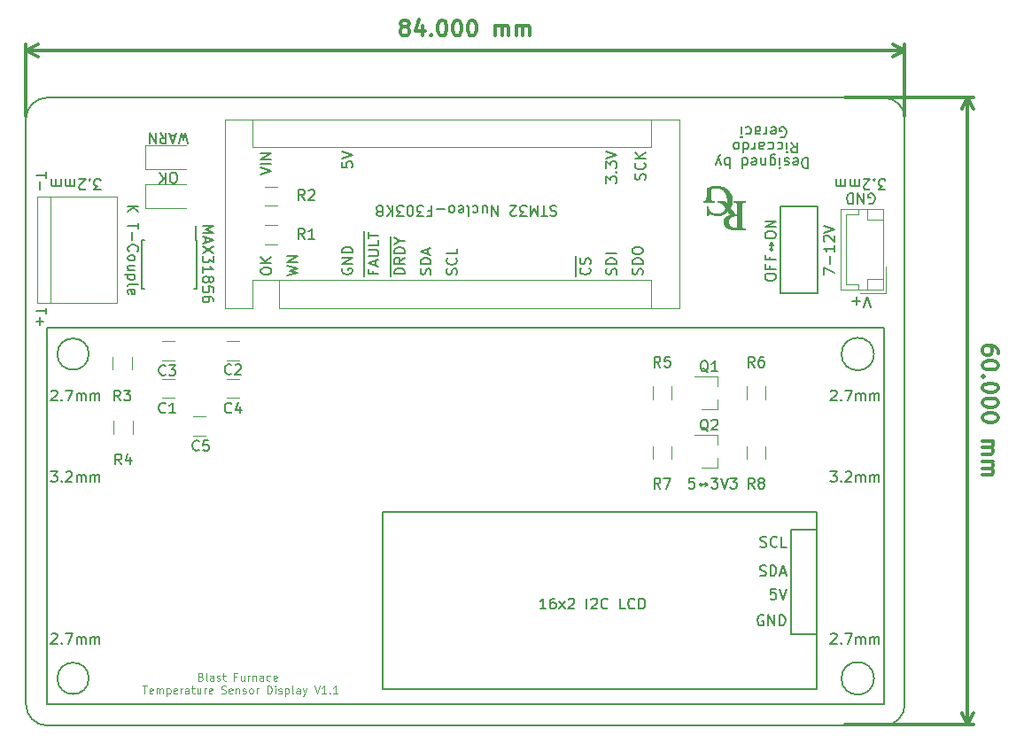
<source format=gbr>
%TF.GenerationSoftware,KiCad,Pcbnew,(5.0.0)*%
%TF.CreationDate,2020-03-04T20:02:55+00:00*%
%TF.ProjectId,Blast Furnace PCB,426C617374204675726E616365205043,rev?*%
%TF.SameCoordinates,Original*%
%TF.FileFunction,Legend,Top*%
%TF.FilePolarity,Positive*%
%FSLAX46Y46*%
G04 Gerber Fmt 4.6, Leading zero omitted, Abs format (unit mm)*
G04 Created by KiCad (PCBNEW (5.0.0)) date 03/04/20 20:02:55*
%MOMM*%
%LPD*%
G01*
G04 APERTURE LIST*
%ADD10C,0.150000*%
%ADD11C,0.300000*%
%ADD12C,0.100000*%
%ADD13C,0.120000*%
%ADD14C,0.010000*%
G04 APERTURE END LIST*
D10*
X140988095Y-124952380D02*
X140511904Y-124952380D01*
X140464285Y-125428571D01*
X140511904Y-125380952D01*
X140607142Y-125333333D01*
X140845238Y-125333333D01*
X140940476Y-125380952D01*
X140988095Y-125428571D01*
X141035714Y-125523809D01*
X141035714Y-125761904D01*
X140988095Y-125857142D01*
X140940476Y-125904761D01*
X140845238Y-125952380D01*
X140607142Y-125952380D01*
X140511904Y-125904761D01*
X140464285Y-125857142D01*
X141464285Y-125571428D02*
X142226190Y-125571428D01*
X142035714Y-125761904D02*
X142226190Y-125571428D01*
X142035714Y-125380952D01*
X141654761Y-125380952D02*
X141464285Y-125571428D01*
X141654761Y-125761904D01*
X142607142Y-124952380D02*
X143226190Y-124952380D01*
X142892857Y-125333333D01*
X143035714Y-125333333D01*
X143130952Y-125380952D01*
X143178571Y-125428571D01*
X143226190Y-125523809D01*
X143226190Y-125761904D01*
X143178571Y-125857142D01*
X143130952Y-125904761D01*
X143035714Y-125952380D01*
X142750000Y-125952380D01*
X142654761Y-125904761D01*
X142607142Y-125857142D01*
X143511904Y-124952380D02*
X143845238Y-125952380D01*
X144178571Y-124952380D01*
X144416666Y-124952380D02*
X145035714Y-124952380D01*
X144702380Y-125333333D01*
X144845238Y-125333333D01*
X144940476Y-125380952D01*
X144988095Y-125428571D01*
X145035714Y-125523809D01*
X145035714Y-125761904D01*
X144988095Y-125857142D01*
X144940476Y-125904761D01*
X144845238Y-125952380D01*
X144559523Y-125952380D01*
X144464285Y-125904761D01*
X144416666Y-125857142D01*
X111935000Y-105695238D02*
X111935000Y-104695238D01*
X113302380Y-105457143D02*
X112302380Y-105457143D01*
X112302380Y-105219047D01*
X112350000Y-105076190D01*
X112445238Y-104980952D01*
X112540476Y-104933333D01*
X112730952Y-104885714D01*
X112873809Y-104885714D01*
X113064285Y-104933333D01*
X113159523Y-104980952D01*
X113254761Y-105076190D01*
X113302380Y-105219047D01*
X113302380Y-105457143D01*
X111935000Y-104695238D02*
X111935000Y-103695238D01*
X113302380Y-103885714D02*
X112826190Y-104219047D01*
X113302380Y-104457143D02*
X112302380Y-104457143D01*
X112302380Y-104076190D01*
X112350000Y-103980952D01*
X112397619Y-103933333D01*
X112492857Y-103885714D01*
X112635714Y-103885714D01*
X112730952Y-103933333D01*
X112778571Y-103980952D01*
X112826190Y-104076190D01*
X112826190Y-104457143D01*
X111935000Y-103695238D02*
X111935000Y-102695238D01*
X113302380Y-103457143D02*
X112302380Y-103457143D01*
X112302380Y-103219047D01*
X112350000Y-103076190D01*
X112445238Y-102980952D01*
X112540476Y-102933333D01*
X112730952Y-102885714D01*
X112873809Y-102885714D01*
X113064285Y-102933333D01*
X113159523Y-102980952D01*
X113254761Y-103076190D01*
X113302380Y-103219047D01*
X113302380Y-103457143D01*
X111935000Y-102695238D02*
X111935000Y-101838095D01*
X112826190Y-102266667D02*
X113302380Y-102266667D01*
X112302380Y-102600000D02*
X112826190Y-102266667D01*
X112302380Y-101933333D01*
X136004761Y-105504761D02*
X136052380Y-105361904D01*
X136052380Y-105123809D01*
X136004761Y-105028571D01*
X135957142Y-104980952D01*
X135861904Y-104933333D01*
X135766666Y-104933333D01*
X135671428Y-104980952D01*
X135623809Y-105028571D01*
X135576190Y-105123809D01*
X135528571Y-105314285D01*
X135480952Y-105409523D01*
X135433333Y-105457142D01*
X135338095Y-105504761D01*
X135242857Y-105504761D01*
X135147619Y-105457142D01*
X135100000Y-105409523D01*
X135052380Y-105314285D01*
X135052380Y-105076190D01*
X135100000Y-104933333D01*
X136052380Y-104504761D02*
X135052380Y-104504761D01*
X135052380Y-104266666D01*
X135100000Y-104123809D01*
X135195238Y-104028571D01*
X135290476Y-103980952D01*
X135480952Y-103933333D01*
X135623809Y-103933333D01*
X135814285Y-103980952D01*
X135909523Y-104028571D01*
X136004761Y-104123809D01*
X136052380Y-104266666D01*
X136052380Y-104504761D01*
X135052380Y-103314285D02*
X135052380Y-103123809D01*
X135100000Y-103028571D01*
X135195238Y-102933333D01*
X135385714Y-102885714D01*
X135719047Y-102885714D01*
X135909523Y-102933333D01*
X136004761Y-103028571D01*
X136052380Y-103123809D01*
X136052380Y-103314285D01*
X136004761Y-103409523D01*
X135909523Y-103504761D01*
X135719047Y-103552380D01*
X135385714Y-103552380D01*
X135195238Y-103504761D01*
X135100000Y-103409523D01*
X135052380Y-103314285D01*
X133504761Y-105504762D02*
X133552380Y-105361905D01*
X133552380Y-105123810D01*
X133504761Y-105028572D01*
X133457142Y-104980953D01*
X133361904Y-104933333D01*
X133266666Y-104933333D01*
X133171428Y-104980953D01*
X133123809Y-105028572D01*
X133076190Y-105123810D01*
X133028571Y-105314286D01*
X132980952Y-105409524D01*
X132933333Y-105457143D01*
X132838095Y-105504762D01*
X132742857Y-105504762D01*
X132647619Y-105457143D01*
X132600000Y-105409524D01*
X132552380Y-105314286D01*
X132552380Y-105076191D01*
X132600000Y-104933333D01*
X133552380Y-104504762D02*
X132552380Y-104504762D01*
X132552380Y-104266667D01*
X132600000Y-104123810D01*
X132695238Y-104028572D01*
X132790476Y-103980953D01*
X132980952Y-103933333D01*
X133123809Y-103933333D01*
X133314285Y-103980953D01*
X133409523Y-104028572D01*
X133504761Y-104123810D01*
X133552380Y-104266667D01*
X133552380Y-104504762D01*
X133552380Y-103504762D02*
X132552380Y-103504762D01*
X129685000Y-105695238D02*
X129685000Y-104695238D01*
X130957142Y-104885714D02*
X131004761Y-104933333D01*
X131052380Y-105076190D01*
X131052380Y-105171428D01*
X131004761Y-105314286D01*
X130909523Y-105409524D01*
X130814285Y-105457143D01*
X130623809Y-105504762D01*
X130480952Y-105504762D01*
X130290476Y-105457143D01*
X130195238Y-105409524D01*
X130100000Y-105314286D01*
X130052380Y-105171428D01*
X130052380Y-105076190D01*
X130100000Y-104933333D01*
X130147619Y-104885714D01*
X129685000Y-104695238D02*
X129685000Y-103742857D01*
X131004761Y-104504762D02*
X131052380Y-104361905D01*
X131052380Y-104123809D01*
X131004761Y-104028571D01*
X130957142Y-103980952D01*
X130861904Y-103933333D01*
X130766666Y-103933333D01*
X130671428Y-103980952D01*
X130623809Y-104028571D01*
X130576190Y-104123809D01*
X130528571Y-104314286D01*
X130480952Y-104409524D01*
X130433333Y-104457143D01*
X130338095Y-104504762D01*
X130242857Y-104504762D01*
X130147619Y-104457143D01*
X130100000Y-104409524D01*
X130052380Y-104314286D01*
X130052380Y-104076190D01*
X130100000Y-103933333D01*
X99552380Y-105266667D02*
X99552380Y-105076190D01*
X99600000Y-104980952D01*
X99695238Y-104885714D01*
X99885714Y-104838095D01*
X100219047Y-104838095D01*
X100409523Y-104885714D01*
X100504761Y-104980952D01*
X100552380Y-105076190D01*
X100552380Y-105266667D01*
X100504761Y-105361905D01*
X100409523Y-105457143D01*
X100219047Y-105504762D01*
X99885714Y-105504762D01*
X99695238Y-105457143D01*
X99600000Y-105361905D01*
X99552380Y-105266667D01*
X100552380Y-104409524D02*
X99552380Y-104409524D01*
X100552380Y-103838095D02*
X99980952Y-104266667D01*
X99552380Y-103838095D02*
X100123809Y-104409524D01*
X102052380Y-105552380D02*
X103052380Y-105314285D01*
X102338095Y-105123809D01*
X103052380Y-104933333D01*
X102052380Y-104695238D01*
X103052380Y-104314285D02*
X102052380Y-104314285D01*
X103052380Y-103742857D01*
X102052380Y-103742857D01*
X107350000Y-104933333D02*
X107302380Y-105028571D01*
X107302380Y-105171429D01*
X107350000Y-105314286D01*
X107445238Y-105409524D01*
X107540476Y-105457143D01*
X107730952Y-105504762D01*
X107873809Y-105504762D01*
X108064285Y-105457143D01*
X108159523Y-105409524D01*
X108254761Y-105314286D01*
X108302380Y-105171429D01*
X108302380Y-105076190D01*
X108254761Y-104933333D01*
X108207142Y-104885714D01*
X107873809Y-104885714D01*
X107873809Y-105076190D01*
X108302380Y-104457143D02*
X107302380Y-104457143D01*
X108302380Y-103885714D01*
X107302380Y-103885714D01*
X108302380Y-103409524D02*
X107302380Y-103409524D01*
X107302380Y-103171429D01*
X107350000Y-103028571D01*
X107445238Y-102933333D01*
X107540476Y-102885714D01*
X107730952Y-102838095D01*
X107873809Y-102838095D01*
X108064285Y-102885714D01*
X108159523Y-102933333D01*
X108254761Y-103028571D01*
X108302380Y-103171429D01*
X108302380Y-103409524D01*
X109435000Y-105695238D02*
X109435000Y-104838095D01*
X110278571Y-105123810D02*
X110278571Y-105457143D01*
X110802380Y-105457143D02*
X109802380Y-105457143D01*
X109802380Y-104980952D01*
X109435000Y-104838095D02*
X109435000Y-103980952D01*
X110516666Y-104647619D02*
X110516666Y-104171429D01*
X110802380Y-104742857D02*
X109802380Y-104409524D01*
X110802380Y-104076191D01*
X109435000Y-103980952D02*
X109435000Y-102933333D01*
X109802380Y-103742857D02*
X110611904Y-103742857D01*
X110707142Y-103695238D01*
X110754761Y-103647619D01*
X110802380Y-103552381D01*
X110802380Y-103361905D01*
X110754761Y-103266667D01*
X110707142Y-103219048D01*
X110611904Y-103171429D01*
X109802380Y-103171429D01*
X109435000Y-102933333D02*
X109435000Y-102123810D01*
X110802380Y-102219048D02*
X110802380Y-102695238D01*
X109802380Y-102695238D01*
X109435000Y-102123810D02*
X109435000Y-101361905D01*
X109802380Y-102028572D02*
X109802380Y-101457143D01*
X110802380Y-101742857D02*
X109802380Y-101742857D01*
X99552380Y-95945238D02*
X100552380Y-95611904D01*
X99552380Y-95278571D01*
X100552380Y-94945238D02*
X99552380Y-94945238D01*
X100552380Y-94469047D02*
X99552380Y-94469047D01*
X100552380Y-93897619D01*
X99552380Y-93897619D01*
X107302380Y-94754762D02*
X107302380Y-95230952D01*
X107778571Y-95278571D01*
X107730952Y-95230952D01*
X107683333Y-95135714D01*
X107683333Y-94897619D01*
X107730952Y-94802381D01*
X107778571Y-94754762D01*
X107873809Y-94707143D01*
X108111904Y-94707143D01*
X108207142Y-94754762D01*
X108254761Y-94802381D01*
X108302380Y-94897619D01*
X108302380Y-95135714D01*
X108254761Y-95230952D01*
X108207142Y-95278571D01*
X107302380Y-94421428D02*
X108302380Y-94088095D01*
X107302380Y-93754762D01*
X136254761Y-96421429D02*
X136302380Y-96278572D01*
X136302380Y-96040476D01*
X136254761Y-95945238D01*
X136207142Y-95897619D01*
X136111904Y-95850000D01*
X136016666Y-95850000D01*
X135921428Y-95897619D01*
X135873809Y-95945238D01*
X135826190Y-96040476D01*
X135778571Y-96230953D01*
X135730952Y-96326191D01*
X135683333Y-96373810D01*
X135588095Y-96421429D01*
X135492857Y-96421429D01*
X135397619Y-96373810D01*
X135350000Y-96326191D01*
X135302380Y-96230953D01*
X135302380Y-95992857D01*
X135350000Y-95850000D01*
X136207142Y-94850000D02*
X136254761Y-94897619D01*
X136302380Y-95040476D01*
X136302380Y-95135715D01*
X136254761Y-95278572D01*
X136159523Y-95373810D01*
X136064285Y-95421429D01*
X135873809Y-95469048D01*
X135730952Y-95469048D01*
X135540476Y-95421429D01*
X135445238Y-95373810D01*
X135350000Y-95278572D01*
X135302380Y-95135715D01*
X135302380Y-95040476D01*
X135350000Y-94897619D01*
X135397619Y-94850000D01*
X136302380Y-94421429D02*
X135302380Y-94421429D01*
X136302380Y-93850000D02*
X135730952Y-94278572D01*
X135302380Y-93850000D02*
X135873809Y-94421429D01*
X132552380Y-96754762D02*
X132552380Y-96135714D01*
X132933333Y-96469048D01*
X132933333Y-96326191D01*
X132980952Y-96230952D01*
X133028571Y-96183333D01*
X133123809Y-96135714D01*
X133361904Y-96135714D01*
X133457142Y-96183333D01*
X133504761Y-96230952D01*
X133552380Y-96326191D01*
X133552380Y-96611905D01*
X133504761Y-96707143D01*
X133457142Y-96754762D01*
X133457142Y-95707143D02*
X133504761Y-95659524D01*
X133552380Y-95707143D01*
X133504761Y-95754762D01*
X133457142Y-95707143D01*
X133552380Y-95707143D01*
X132552380Y-95326191D02*
X132552380Y-94707143D01*
X132933333Y-95040476D01*
X132933333Y-94897619D01*
X132980952Y-94802381D01*
X133028571Y-94754762D01*
X133123809Y-94707143D01*
X133361904Y-94707143D01*
X133457142Y-94754762D01*
X133504761Y-94802381D01*
X133552380Y-94897619D01*
X133552380Y-95183333D01*
X133504761Y-95278572D01*
X133457142Y-95326191D01*
X132552380Y-94421429D02*
X133552380Y-94088095D01*
X132552380Y-93754762D01*
X118254761Y-105504762D02*
X118302380Y-105361905D01*
X118302380Y-105123809D01*
X118254761Y-105028571D01*
X118207142Y-104980952D01*
X118111904Y-104933333D01*
X118016666Y-104933333D01*
X117921428Y-104980952D01*
X117873809Y-105028571D01*
X117826190Y-105123809D01*
X117778571Y-105314286D01*
X117730952Y-105409524D01*
X117683333Y-105457143D01*
X117588095Y-105504762D01*
X117492857Y-105504762D01*
X117397619Y-105457143D01*
X117350000Y-105409524D01*
X117302380Y-105314286D01*
X117302380Y-105076190D01*
X117350000Y-104933333D01*
X118207142Y-103933333D02*
X118254761Y-103980952D01*
X118302380Y-104123809D01*
X118302380Y-104219047D01*
X118254761Y-104361905D01*
X118159523Y-104457143D01*
X118064285Y-104504762D01*
X117873809Y-104552381D01*
X117730952Y-104552381D01*
X117540476Y-104504762D01*
X117445238Y-104457143D01*
X117350000Y-104361905D01*
X117302380Y-104219047D01*
X117302380Y-104123809D01*
X117350000Y-103980952D01*
X117397619Y-103933333D01*
X118302380Y-103028571D02*
X118302380Y-103504762D01*
X117302380Y-103504762D01*
X115754761Y-105504761D02*
X115802380Y-105361904D01*
X115802380Y-105123809D01*
X115754761Y-105028571D01*
X115707142Y-104980952D01*
X115611904Y-104933333D01*
X115516666Y-104933333D01*
X115421428Y-104980952D01*
X115373809Y-105028571D01*
X115326190Y-105123809D01*
X115278571Y-105314285D01*
X115230952Y-105409523D01*
X115183333Y-105457142D01*
X115088095Y-105504761D01*
X114992857Y-105504761D01*
X114897619Y-105457142D01*
X114850000Y-105409523D01*
X114802380Y-105314285D01*
X114802380Y-105076190D01*
X114850000Y-104933333D01*
X115802380Y-104504761D02*
X114802380Y-104504761D01*
X114802380Y-104266666D01*
X114850000Y-104123809D01*
X114945238Y-104028571D01*
X115040476Y-103980952D01*
X115230952Y-103933333D01*
X115373809Y-103933333D01*
X115564285Y-103980952D01*
X115659523Y-104028571D01*
X115754761Y-104123809D01*
X115802380Y-104266666D01*
X115802380Y-104504761D01*
X115516666Y-103552380D02*
X115516666Y-103076190D01*
X115802380Y-103647618D02*
X114802380Y-103314285D01*
X115802380Y-102980952D01*
X147302380Y-131504761D02*
X147445237Y-131552380D01*
X147683333Y-131552380D01*
X147778571Y-131504761D01*
X147826190Y-131457142D01*
X147873809Y-131361904D01*
X147873809Y-131266666D01*
X147826190Y-131171428D01*
X147778571Y-131123809D01*
X147683333Y-131076190D01*
X147492857Y-131028571D01*
X147397618Y-130980952D01*
X147349999Y-130933333D01*
X147302380Y-130838095D01*
X147302380Y-130742857D01*
X147349999Y-130647619D01*
X147397618Y-130600000D01*
X147492857Y-130552380D01*
X147730952Y-130552380D01*
X147873809Y-130600000D01*
X148873809Y-131457142D02*
X148826190Y-131504761D01*
X148683333Y-131552380D01*
X148588095Y-131552380D01*
X148445237Y-131504761D01*
X148349999Y-131409523D01*
X148302380Y-131314285D01*
X148254761Y-131123809D01*
X148254761Y-130980952D01*
X148302380Y-130790476D01*
X148349999Y-130695238D01*
X148445237Y-130600000D01*
X148588095Y-130552380D01*
X148683333Y-130552380D01*
X148826190Y-130600000D01*
X148873809Y-130647619D01*
X149778571Y-131552380D02*
X149302380Y-131552380D01*
X149302380Y-130552380D01*
X147254762Y-134254761D02*
X147397619Y-134302380D01*
X147635714Y-134302380D01*
X147730952Y-134254761D01*
X147778571Y-134207142D01*
X147826190Y-134111904D01*
X147826190Y-134016666D01*
X147778571Y-133921428D01*
X147730952Y-133873809D01*
X147635714Y-133826190D01*
X147445238Y-133778571D01*
X147350000Y-133730952D01*
X147302381Y-133683333D01*
X147254762Y-133588095D01*
X147254762Y-133492857D01*
X147302381Y-133397619D01*
X147350000Y-133350000D01*
X147445238Y-133302380D01*
X147683333Y-133302380D01*
X147826190Y-133350000D01*
X148254762Y-134302380D02*
X148254762Y-133302380D01*
X148492857Y-133302380D01*
X148635714Y-133350000D01*
X148730952Y-133445238D01*
X148778571Y-133540476D01*
X148826190Y-133730952D01*
X148826190Y-133873809D01*
X148778571Y-134064285D01*
X148730952Y-134159523D01*
X148635714Y-134254761D01*
X148492857Y-134302380D01*
X148254762Y-134302380D01*
X149207143Y-134016666D02*
X149683333Y-134016666D01*
X149111905Y-134302380D02*
X149445238Y-133302380D01*
X149778571Y-134302380D01*
X148778571Y-135552380D02*
X148302381Y-135552380D01*
X148254762Y-136028571D01*
X148302381Y-135980952D01*
X148397619Y-135933333D01*
X148635714Y-135933333D01*
X148730952Y-135980952D01*
X148778571Y-136028571D01*
X148826190Y-136123809D01*
X148826190Y-136361904D01*
X148778571Y-136457142D01*
X148730952Y-136504761D01*
X148635714Y-136552380D01*
X148397619Y-136552380D01*
X148302381Y-136504761D01*
X148254762Y-136457142D01*
X149111905Y-135552380D02*
X149445238Y-136552380D01*
X149778571Y-135552380D01*
X147588095Y-138100000D02*
X147492857Y-138052380D01*
X147350000Y-138052380D01*
X147207142Y-138100000D01*
X147111904Y-138195238D01*
X147064285Y-138290476D01*
X147016666Y-138480952D01*
X147016666Y-138623809D01*
X147064285Y-138814285D01*
X147111904Y-138909523D01*
X147207142Y-139004761D01*
X147350000Y-139052380D01*
X147445238Y-139052380D01*
X147588095Y-139004761D01*
X147635714Y-138957142D01*
X147635714Y-138623809D01*
X147445238Y-138623809D01*
X148064285Y-139052380D02*
X148064285Y-138052380D01*
X148635714Y-139052380D01*
X148635714Y-138052380D01*
X149111904Y-139052380D02*
X149111904Y-138052380D01*
X149350000Y-138052380D01*
X149492857Y-138100000D01*
X149588095Y-138195238D01*
X149635714Y-138290476D01*
X149683333Y-138480952D01*
X149683333Y-138623809D01*
X149635714Y-138814285D01*
X149588095Y-138909523D01*
X149492857Y-139004761D01*
X149350000Y-139052380D01*
X149111904Y-139052380D01*
X84230952Y-97397619D02*
X83611904Y-97397619D01*
X83945238Y-97016666D01*
X83802380Y-97016666D01*
X83707142Y-96969047D01*
X83659523Y-96921428D01*
X83611904Y-96826190D01*
X83611904Y-96588095D01*
X83659523Y-96492857D01*
X83707142Y-96445238D01*
X83802380Y-96397619D01*
X84088095Y-96397619D01*
X84183333Y-96445238D01*
X84230952Y-96492857D01*
X83183333Y-96492857D02*
X83135714Y-96445238D01*
X83183333Y-96397619D01*
X83230952Y-96445238D01*
X83183333Y-96492857D01*
X83183333Y-96397619D01*
X82754761Y-97302380D02*
X82707142Y-97350000D01*
X82611904Y-97397619D01*
X82373809Y-97397619D01*
X82278571Y-97350000D01*
X82230952Y-97302380D01*
X82183333Y-97207142D01*
X82183333Y-97111904D01*
X82230952Y-96969047D01*
X82802380Y-96397619D01*
X82183333Y-96397619D01*
X81754761Y-96397619D02*
X81754761Y-97064285D01*
X81754761Y-96969047D02*
X81707142Y-97016666D01*
X81611904Y-97064285D01*
X81469047Y-97064285D01*
X81373809Y-97016666D01*
X81326190Y-96921428D01*
X81326190Y-96397619D01*
X81326190Y-96921428D02*
X81278571Y-97016666D01*
X81183333Y-97064285D01*
X81040476Y-97064285D01*
X80945238Y-97016666D01*
X80897619Y-96921428D01*
X80897619Y-96397619D01*
X80421428Y-96397619D02*
X80421428Y-97064285D01*
X80421428Y-96969047D02*
X80373809Y-97016666D01*
X80278571Y-97064285D01*
X80135714Y-97064285D01*
X80040476Y-97016666D01*
X79992857Y-96921428D01*
X79992857Y-96397619D01*
X79992857Y-96921428D02*
X79945238Y-97016666D01*
X79850000Y-97064285D01*
X79707142Y-97064285D01*
X79611904Y-97016666D01*
X79564285Y-96921428D01*
X79564285Y-96397619D01*
X159230952Y-97397619D02*
X158611904Y-97397619D01*
X158945238Y-97016666D01*
X158802380Y-97016666D01*
X158707142Y-96969047D01*
X158659523Y-96921428D01*
X158611904Y-96826190D01*
X158611904Y-96588095D01*
X158659523Y-96492857D01*
X158707142Y-96445238D01*
X158802380Y-96397619D01*
X159088095Y-96397619D01*
X159183333Y-96445238D01*
X159230952Y-96492857D01*
X158183333Y-96492857D02*
X158135714Y-96445238D01*
X158183333Y-96397619D01*
X158230952Y-96445238D01*
X158183333Y-96492857D01*
X158183333Y-96397619D01*
X157754761Y-97302380D02*
X157707142Y-97350000D01*
X157611904Y-97397619D01*
X157373809Y-97397619D01*
X157278571Y-97350000D01*
X157230952Y-97302380D01*
X157183333Y-97207142D01*
X157183333Y-97111904D01*
X157230952Y-96969047D01*
X157802380Y-96397619D01*
X157183333Y-96397619D01*
X156754761Y-96397619D02*
X156754761Y-97064285D01*
X156754761Y-96969047D02*
X156707142Y-97016666D01*
X156611904Y-97064285D01*
X156469047Y-97064285D01*
X156373809Y-97016666D01*
X156326190Y-96921428D01*
X156326190Y-96397619D01*
X156326190Y-96921428D02*
X156278571Y-97016666D01*
X156183333Y-97064285D01*
X156040476Y-97064285D01*
X155945238Y-97016666D01*
X155897619Y-96921428D01*
X155897619Y-96397619D01*
X155421428Y-96397619D02*
X155421428Y-97064285D01*
X155421428Y-96969047D02*
X155373809Y-97016666D01*
X155278571Y-97064285D01*
X155135714Y-97064285D01*
X155040476Y-97016666D01*
X154992857Y-96921428D01*
X154992857Y-96397619D01*
X154992857Y-96921428D02*
X154945238Y-97016666D01*
X154850000Y-97064285D01*
X154707142Y-97064285D01*
X154611904Y-97016666D01*
X154564285Y-96921428D01*
X154564285Y-96397619D01*
X154016666Y-116647619D02*
X154064285Y-116600000D01*
X154159523Y-116552380D01*
X154397619Y-116552380D01*
X154492857Y-116600000D01*
X154540476Y-116647619D01*
X154588095Y-116742857D01*
X154588095Y-116838095D01*
X154540476Y-116980952D01*
X153969047Y-117552380D01*
X154588095Y-117552380D01*
X155016666Y-117457142D02*
X155064285Y-117504761D01*
X155016666Y-117552380D01*
X154969047Y-117504761D01*
X155016666Y-117457142D01*
X155016666Y-117552380D01*
X155397619Y-116552380D02*
X156064285Y-116552380D01*
X155635714Y-117552380D01*
X156445238Y-117552380D02*
X156445238Y-116885714D01*
X156445238Y-116980952D02*
X156492857Y-116933333D01*
X156588095Y-116885714D01*
X156730952Y-116885714D01*
X156826190Y-116933333D01*
X156873809Y-117028571D01*
X156873809Y-117552380D01*
X156873809Y-117028571D02*
X156921428Y-116933333D01*
X157016666Y-116885714D01*
X157159523Y-116885714D01*
X157254761Y-116933333D01*
X157302380Y-117028571D01*
X157302380Y-117552380D01*
X157778571Y-117552380D02*
X157778571Y-116885714D01*
X157778571Y-116980952D02*
X157826190Y-116933333D01*
X157921428Y-116885714D01*
X158064285Y-116885714D01*
X158159523Y-116933333D01*
X158207142Y-117028571D01*
X158207142Y-117552380D01*
X158207142Y-117028571D02*
X158254761Y-116933333D01*
X158350000Y-116885714D01*
X158492857Y-116885714D01*
X158588095Y-116933333D01*
X158635714Y-117028571D01*
X158635714Y-117552380D01*
X79516666Y-116647619D02*
X79564285Y-116600000D01*
X79659523Y-116552380D01*
X79897619Y-116552380D01*
X79992857Y-116600000D01*
X80040476Y-116647619D01*
X80088095Y-116742857D01*
X80088095Y-116838095D01*
X80040476Y-116980952D01*
X79469047Y-117552380D01*
X80088095Y-117552380D01*
X80516666Y-117457142D02*
X80564285Y-117504761D01*
X80516666Y-117552380D01*
X80469047Y-117504761D01*
X80516666Y-117457142D01*
X80516666Y-117552380D01*
X80897619Y-116552380D02*
X81564285Y-116552380D01*
X81135714Y-117552380D01*
X81945238Y-117552380D02*
X81945238Y-116885714D01*
X81945238Y-116980952D02*
X81992857Y-116933333D01*
X82088095Y-116885714D01*
X82230952Y-116885714D01*
X82326190Y-116933333D01*
X82373809Y-117028571D01*
X82373809Y-117552380D01*
X82373809Y-117028571D02*
X82421428Y-116933333D01*
X82516666Y-116885714D01*
X82659523Y-116885714D01*
X82754761Y-116933333D01*
X82802380Y-117028571D01*
X82802380Y-117552380D01*
X83278571Y-117552380D02*
X83278571Y-116885714D01*
X83278571Y-116980952D02*
X83326190Y-116933333D01*
X83421428Y-116885714D01*
X83564285Y-116885714D01*
X83659523Y-116933333D01*
X83707142Y-117028571D01*
X83707142Y-117552380D01*
X83707142Y-117028571D02*
X83754761Y-116933333D01*
X83850000Y-116885714D01*
X83992857Y-116885714D01*
X84088095Y-116933333D01*
X84135714Y-117028571D01*
X84135714Y-117552380D01*
X154016666Y-139897619D02*
X154064285Y-139850000D01*
X154159523Y-139802380D01*
X154397619Y-139802380D01*
X154492857Y-139850000D01*
X154540476Y-139897619D01*
X154588095Y-139992857D01*
X154588095Y-140088095D01*
X154540476Y-140230952D01*
X153969047Y-140802380D01*
X154588095Y-140802380D01*
X155016666Y-140707142D02*
X155064285Y-140754761D01*
X155016666Y-140802380D01*
X154969047Y-140754761D01*
X155016666Y-140707142D01*
X155016666Y-140802380D01*
X155397619Y-139802380D02*
X156064285Y-139802380D01*
X155635714Y-140802380D01*
X156445238Y-140802380D02*
X156445238Y-140135714D01*
X156445238Y-140230952D02*
X156492857Y-140183333D01*
X156588095Y-140135714D01*
X156730952Y-140135714D01*
X156826190Y-140183333D01*
X156873809Y-140278571D01*
X156873809Y-140802380D01*
X156873809Y-140278571D02*
X156921428Y-140183333D01*
X157016666Y-140135714D01*
X157159523Y-140135714D01*
X157254761Y-140183333D01*
X157302380Y-140278571D01*
X157302380Y-140802380D01*
X157778571Y-140802380D02*
X157778571Y-140135714D01*
X157778571Y-140230952D02*
X157826190Y-140183333D01*
X157921428Y-140135714D01*
X158064285Y-140135714D01*
X158159523Y-140183333D01*
X158207142Y-140278571D01*
X158207142Y-140802380D01*
X158207142Y-140278571D02*
X158254761Y-140183333D01*
X158350000Y-140135714D01*
X158492857Y-140135714D01*
X158588095Y-140183333D01*
X158635714Y-140278571D01*
X158635714Y-140802380D01*
X79516666Y-139897619D02*
X79564285Y-139850000D01*
X79659523Y-139802380D01*
X79897619Y-139802380D01*
X79992857Y-139850000D01*
X80040476Y-139897619D01*
X80088095Y-139992857D01*
X80088095Y-140088095D01*
X80040476Y-140230952D01*
X79469047Y-140802380D01*
X80088095Y-140802380D01*
X80516666Y-140707142D02*
X80564285Y-140754761D01*
X80516666Y-140802380D01*
X80469047Y-140754761D01*
X80516666Y-140707142D01*
X80516666Y-140802380D01*
X80897619Y-139802380D02*
X81564285Y-139802380D01*
X81135714Y-140802380D01*
X81945238Y-140802380D02*
X81945238Y-140135714D01*
X81945238Y-140230952D02*
X81992857Y-140183333D01*
X82088095Y-140135714D01*
X82230952Y-140135714D01*
X82326190Y-140183333D01*
X82373809Y-140278571D01*
X82373809Y-140802380D01*
X82373809Y-140278571D02*
X82421428Y-140183333D01*
X82516666Y-140135714D01*
X82659523Y-140135714D01*
X82754761Y-140183333D01*
X82802380Y-140278571D01*
X82802380Y-140802380D01*
X83278571Y-140802380D02*
X83278571Y-140135714D01*
X83278571Y-140230952D02*
X83326190Y-140183333D01*
X83421428Y-140135714D01*
X83564285Y-140135714D01*
X83659523Y-140183333D01*
X83707142Y-140278571D01*
X83707142Y-140802380D01*
X83707142Y-140278571D02*
X83754761Y-140183333D01*
X83850000Y-140135714D01*
X83992857Y-140135714D01*
X84088095Y-140183333D01*
X84135714Y-140278571D01*
X84135714Y-140802380D01*
X79469047Y-124302380D02*
X80088095Y-124302380D01*
X79754761Y-124683333D01*
X79897619Y-124683333D01*
X79992857Y-124730952D01*
X80040476Y-124778571D01*
X80088095Y-124873809D01*
X80088095Y-125111904D01*
X80040476Y-125207142D01*
X79992857Y-125254761D01*
X79897619Y-125302380D01*
X79611904Y-125302380D01*
X79516666Y-125254761D01*
X79469047Y-125207142D01*
X80516666Y-125207142D02*
X80564285Y-125254761D01*
X80516666Y-125302380D01*
X80469047Y-125254761D01*
X80516666Y-125207142D01*
X80516666Y-125302380D01*
X80945238Y-124397619D02*
X80992857Y-124350000D01*
X81088095Y-124302380D01*
X81326190Y-124302380D01*
X81421428Y-124350000D01*
X81469047Y-124397619D01*
X81516666Y-124492857D01*
X81516666Y-124588095D01*
X81469047Y-124730952D01*
X80897619Y-125302380D01*
X81516666Y-125302380D01*
X81945238Y-125302380D02*
X81945238Y-124635714D01*
X81945238Y-124730952D02*
X81992857Y-124683333D01*
X82088095Y-124635714D01*
X82230952Y-124635714D01*
X82326190Y-124683333D01*
X82373809Y-124778571D01*
X82373809Y-125302380D01*
X82373809Y-124778571D02*
X82421428Y-124683333D01*
X82516666Y-124635714D01*
X82659523Y-124635714D01*
X82754761Y-124683333D01*
X82802380Y-124778571D01*
X82802380Y-125302380D01*
X83278571Y-125302380D02*
X83278571Y-124635714D01*
X83278571Y-124730952D02*
X83326190Y-124683333D01*
X83421428Y-124635714D01*
X83564285Y-124635714D01*
X83659523Y-124683333D01*
X83707142Y-124778571D01*
X83707142Y-125302380D01*
X83707142Y-124778571D02*
X83754761Y-124683333D01*
X83850000Y-124635714D01*
X83992857Y-124635714D01*
X84088095Y-124683333D01*
X84135714Y-124778571D01*
X84135714Y-125302380D01*
X153969047Y-124302380D02*
X154588095Y-124302380D01*
X154254761Y-124683333D01*
X154397619Y-124683333D01*
X154492857Y-124730952D01*
X154540476Y-124778571D01*
X154588095Y-124873809D01*
X154588095Y-125111904D01*
X154540476Y-125207142D01*
X154492857Y-125254761D01*
X154397619Y-125302380D01*
X154111904Y-125302380D01*
X154016666Y-125254761D01*
X153969047Y-125207142D01*
X155016666Y-125207142D02*
X155064285Y-125254761D01*
X155016666Y-125302380D01*
X154969047Y-125254761D01*
X155016666Y-125207142D01*
X155016666Y-125302380D01*
X155445238Y-124397619D02*
X155492857Y-124350000D01*
X155588095Y-124302380D01*
X155826190Y-124302380D01*
X155921428Y-124350000D01*
X155969047Y-124397619D01*
X156016666Y-124492857D01*
X156016666Y-124588095D01*
X155969047Y-124730952D01*
X155397619Y-125302380D01*
X156016666Y-125302380D01*
X156445238Y-125302380D02*
X156445238Y-124635714D01*
X156445238Y-124730952D02*
X156492857Y-124683333D01*
X156588095Y-124635714D01*
X156730952Y-124635714D01*
X156826190Y-124683333D01*
X156873809Y-124778571D01*
X156873809Y-125302380D01*
X156873809Y-124778571D02*
X156921428Y-124683333D01*
X157016666Y-124635714D01*
X157159523Y-124635714D01*
X157254761Y-124683333D01*
X157302380Y-124778571D01*
X157302380Y-125302380D01*
X157778571Y-125302380D02*
X157778571Y-124635714D01*
X157778571Y-124730952D02*
X157826190Y-124683333D01*
X157921428Y-124635714D01*
X158064285Y-124635714D01*
X158159523Y-124683333D01*
X158207142Y-124778571D01*
X158207142Y-125302380D01*
X158207142Y-124778571D02*
X158254761Y-124683333D01*
X158350000Y-124635714D01*
X158492857Y-124635714D01*
X158588095Y-124683333D01*
X158635714Y-124778571D01*
X158635714Y-125302380D01*
X157852380Y-108647619D02*
X157519047Y-107647619D01*
X157185714Y-108647619D01*
X156852380Y-108028571D02*
X156090476Y-108028571D01*
X156471428Y-107647619D02*
X156471428Y-108409523D01*
X157661904Y-98700000D02*
X157757142Y-98747619D01*
X157900000Y-98747619D01*
X158042857Y-98700000D01*
X158138095Y-98604761D01*
X158185714Y-98509523D01*
X158233333Y-98319047D01*
X158233333Y-98176190D01*
X158185714Y-97985714D01*
X158138095Y-97890476D01*
X158042857Y-97795238D01*
X157900000Y-97747619D01*
X157804761Y-97747619D01*
X157661904Y-97795238D01*
X157614285Y-97842857D01*
X157614285Y-98176190D01*
X157804761Y-98176190D01*
X157185714Y-97747619D02*
X157185714Y-98747619D01*
X156614285Y-97747619D01*
X156614285Y-98747619D01*
X156138095Y-97747619D02*
X156138095Y-98747619D01*
X155900000Y-98747619D01*
X155757142Y-98700000D01*
X155661904Y-98604761D01*
X155614285Y-98509523D01*
X155566666Y-98319047D01*
X155566666Y-98176190D01*
X155614285Y-97985714D01*
X155661904Y-97890476D01*
X155757142Y-97795238D01*
X155900000Y-97747619D01*
X156138095Y-97747619D01*
X93633333Y-122257142D02*
X93585714Y-122304761D01*
X93442857Y-122352380D01*
X93347619Y-122352380D01*
X93204761Y-122304761D01*
X93109523Y-122209523D01*
X93061904Y-122114285D01*
X93014285Y-121923809D01*
X93014285Y-121780952D01*
X93061904Y-121590476D01*
X93109523Y-121495238D01*
X93204761Y-121400000D01*
X93347619Y-121352380D01*
X93442857Y-121352380D01*
X93585714Y-121400000D01*
X93633333Y-121447619D01*
X94538095Y-121352380D02*
X94061904Y-121352380D01*
X94014285Y-121828571D01*
X94061904Y-121780952D01*
X94157142Y-121733333D01*
X94395238Y-121733333D01*
X94490476Y-121780952D01*
X94538095Y-121828571D01*
X94585714Y-121923809D01*
X94585714Y-122161904D01*
X94538095Y-122257142D01*
X94490476Y-122304761D01*
X94395238Y-122352380D01*
X94157142Y-122352380D01*
X94061904Y-122304761D01*
X94014285Y-122257142D01*
X96733333Y-118657142D02*
X96685714Y-118704761D01*
X96542857Y-118752380D01*
X96447619Y-118752380D01*
X96304761Y-118704761D01*
X96209523Y-118609523D01*
X96161904Y-118514285D01*
X96114285Y-118323809D01*
X96114285Y-118180952D01*
X96161904Y-117990476D01*
X96209523Y-117895238D01*
X96304761Y-117800000D01*
X96447619Y-117752380D01*
X96542857Y-117752380D01*
X96685714Y-117800000D01*
X96733333Y-117847619D01*
X97590476Y-118085714D02*
X97590476Y-118752380D01*
X97352380Y-117704761D02*
X97114285Y-118419047D01*
X97733333Y-118419047D01*
X90433333Y-118657142D02*
X90385714Y-118704761D01*
X90242857Y-118752380D01*
X90147619Y-118752380D01*
X90004761Y-118704761D01*
X89909523Y-118609523D01*
X89861904Y-118514285D01*
X89814285Y-118323809D01*
X89814285Y-118180952D01*
X89861904Y-117990476D01*
X89909523Y-117895238D01*
X90004761Y-117800000D01*
X90147619Y-117752380D01*
X90242857Y-117752380D01*
X90385714Y-117800000D01*
X90433333Y-117847619D01*
X91385714Y-118752380D02*
X90814285Y-118752380D01*
X91100000Y-118752380D02*
X91100000Y-117752380D01*
X91004761Y-117895238D01*
X90909523Y-117990476D01*
X90814285Y-118038095D01*
X96733333Y-114957142D02*
X96685714Y-115004761D01*
X96542857Y-115052380D01*
X96447619Y-115052380D01*
X96304761Y-115004761D01*
X96209523Y-114909523D01*
X96161904Y-114814285D01*
X96114285Y-114623809D01*
X96114285Y-114480952D01*
X96161904Y-114290476D01*
X96209523Y-114195238D01*
X96304761Y-114100000D01*
X96447619Y-114052380D01*
X96542857Y-114052380D01*
X96685714Y-114100000D01*
X96733333Y-114147619D01*
X97114285Y-114147619D02*
X97161904Y-114100000D01*
X97257142Y-114052380D01*
X97495238Y-114052380D01*
X97590476Y-114100000D01*
X97638095Y-114147619D01*
X97685714Y-114242857D01*
X97685714Y-114338095D01*
X97638095Y-114480952D01*
X97066666Y-115052380D01*
X97685714Y-115052380D01*
X90433333Y-115057142D02*
X90385714Y-115104761D01*
X90242857Y-115152380D01*
X90147619Y-115152380D01*
X90004761Y-115104761D01*
X89909523Y-115009523D01*
X89861904Y-114914285D01*
X89814285Y-114723809D01*
X89814285Y-114580952D01*
X89861904Y-114390476D01*
X89909523Y-114295238D01*
X90004761Y-114200000D01*
X90147619Y-114152380D01*
X90242857Y-114152380D01*
X90385714Y-114200000D01*
X90433333Y-114247619D01*
X90766666Y-114152380D02*
X91385714Y-114152380D01*
X91052380Y-114533333D01*
X91195238Y-114533333D01*
X91290476Y-114580952D01*
X91338095Y-114628571D01*
X91385714Y-114723809D01*
X91385714Y-114961904D01*
X91338095Y-115057142D01*
X91290476Y-115104761D01*
X91195238Y-115152380D01*
X90909523Y-115152380D01*
X90814285Y-115104761D01*
X90766666Y-115057142D01*
X86847619Y-98949524D02*
X87847619Y-98949524D01*
X86847619Y-99520953D02*
X87419047Y-99092381D01*
X87847619Y-99520953D02*
X87276190Y-98949524D01*
X87847619Y-100568572D02*
X87847619Y-101140001D01*
X86847619Y-100854286D02*
X87847619Y-100854286D01*
X87228571Y-101473334D02*
X87228571Y-102235239D01*
X86942857Y-103282858D02*
X86895238Y-103235239D01*
X86847619Y-103092381D01*
X86847619Y-102997143D01*
X86895238Y-102854286D01*
X86990476Y-102759048D01*
X87085714Y-102711429D01*
X87276190Y-102663810D01*
X87419047Y-102663810D01*
X87609523Y-102711429D01*
X87704761Y-102759048D01*
X87800000Y-102854286D01*
X87847619Y-102997143D01*
X87847619Y-103092381D01*
X87800000Y-103235239D01*
X87752380Y-103282858D01*
X86847619Y-103854286D02*
X86895238Y-103759048D01*
X86942857Y-103711429D01*
X87038095Y-103663810D01*
X87323809Y-103663810D01*
X87419047Y-103711429D01*
X87466666Y-103759048D01*
X87514285Y-103854286D01*
X87514285Y-103997143D01*
X87466666Y-104092381D01*
X87419047Y-104140001D01*
X87323809Y-104187620D01*
X87038095Y-104187620D01*
X86942857Y-104140001D01*
X86895238Y-104092381D01*
X86847619Y-103997143D01*
X86847619Y-103854286D01*
X87514285Y-105044762D02*
X86847619Y-105044762D01*
X87514285Y-104616191D02*
X86990476Y-104616191D01*
X86895238Y-104663810D01*
X86847619Y-104759048D01*
X86847619Y-104901905D01*
X86895238Y-104997143D01*
X86942857Y-105044762D01*
X87514285Y-105520953D02*
X86514285Y-105520953D01*
X87466666Y-105520953D02*
X87514285Y-105616191D01*
X87514285Y-105806667D01*
X87466666Y-105901905D01*
X87419047Y-105949524D01*
X87323809Y-105997143D01*
X87038095Y-105997143D01*
X86942857Y-105949524D01*
X86895238Y-105901905D01*
X86847619Y-105806667D01*
X86847619Y-105616191D01*
X86895238Y-105520953D01*
X86847619Y-106568572D02*
X86895238Y-106473334D01*
X86990476Y-106425715D01*
X87847619Y-106425715D01*
X86895238Y-107330477D02*
X86847619Y-107235239D01*
X86847619Y-107044762D01*
X86895238Y-106949524D01*
X86990476Y-106901905D01*
X87371428Y-106901905D01*
X87466666Y-106949524D01*
X87514285Y-107044762D01*
X87514285Y-107235239D01*
X87466666Y-107330477D01*
X87371428Y-107378096D01*
X87276190Y-107378096D01*
X87180952Y-106901905D01*
X79047619Y-95695238D02*
X79047619Y-96266666D01*
X78047619Y-95980952D02*
X79047619Y-95980952D01*
X78428571Y-96600000D02*
X78428571Y-97361904D01*
X79047619Y-108695238D02*
X79047619Y-109266666D01*
X78047619Y-108980952D02*
X79047619Y-108980952D01*
X78428571Y-109600000D02*
X78428571Y-110361904D01*
X78047619Y-109980952D02*
X78809523Y-109980952D01*
X93997619Y-100880952D02*
X94997619Y-100880952D01*
X94283333Y-101214285D01*
X94997619Y-101547619D01*
X93997619Y-101547619D01*
X94283333Y-101976190D02*
X94283333Y-102452380D01*
X93997619Y-101880952D02*
X94997619Y-102214285D01*
X93997619Y-102547619D01*
X94997619Y-102785714D02*
X93997619Y-103452380D01*
X94997619Y-103452380D02*
X93997619Y-102785714D01*
X94997619Y-103738095D02*
X94997619Y-104357142D01*
X94616666Y-104023809D01*
X94616666Y-104166666D01*
X94569047Y-104261904D01*
X94521428Y-104309523D01*
X94426190Y-104357142D01*
X94188095Y-104357142D01*
X94092857Y-104309523D01*
X94045238Y-104261904D01*
X93997619Y-104166666D01*
X93997619Y-103880952D01*
X94045238Y-103785714D01*
X94092857Y-103738095D01*
X93997619Y-105309523D02*
X93997619Y-104738095D01*
X93997619Y-105023809D02*
X94997619Y-105023809D01*
X94854761Y-104928571D01*
X94759523Y-104833333D01*
X94711904Y-104738095D01*
X94569047Y-105880952D02*
X94616666Y-105785714D01*
X94664285Y-105738095D01*
X94759523Y-105690476D01*
X94807142Y-105690476D01*
X94902380Y-105738095D01*
X94950000Y-105785714D01*
X94997619Y-105880952D01*
X94997619Y-106071428D01*
X94950000Y-106166666D01*
X94902380Y-106214285D01*
X94807142Y-106261904D01*
X94759523Y-106261904D01*
X94664285Y-106214285D01*
X94616666Y-106166666D01*
X94569047Y-106071428D01*
X94569047Y-105880952D01*
X94521428Y-105785714D01*
X94473809Y-105738095D01*
X94378571Y-105690476D01*
X94188095Y-105690476D01*
X94092857Y-105738095D01*
X94045238Y-105785714D01*
X93997619Y-105880952D01*
X93997619Y-106071428D01*
X94045238Y-106166666D01*
X94092857Y-106214285D01*
X94188095Y-106261904D01*
X94378571Y-106261904D01*
X94473809Y-106214285D01*
X94521428Y-106166666D01*
X94569047Y-106071428D01*
X94997619Y-107166666D02*
X94997619Y-106690476D01*
X94521428Y-106642857D01*
X94569047Y-106690476D01*
X94616666Y-106785714D01*
X94616666Y-107023809D01*
X94569047Y-107119047D01*
X94521428Y-107166666D01*
X94426190Y-107214285D01*
X94188095Y-107214285D01*
X94092857Y-107166666D01*
X94045238Y-107119047D01*
X93997619Y-107023809D01*
X93997619Y-106785714D01*
X94045238Y-106690476D01*
X94092857Y-106642857D01*
X94997619Y-108071428D02*
X94997619Y-107880952D01*
X94950000Y-107785714D01*
X94902380Y-107738095D01*
X94759523Y-107642857D01*
X94569047Y-107595238D01*
X94188095Y-107595238D01*
X94092857Y-107642857D01*
X94045238Y-107690476D01*
X93997619Y-107785714D01*
X93997619Y-107976190D01*
X94045238Y-108071428D01*
X94092857Y-108119047D01*
X94188095Y-108166666D01*
X94426190Y-108166666D01*
X94521428Y-108119047D01*
X94569047Y-108071428D01*
X94616666Y-107976190D01*
X94616666Y-107785714D01*
X94569047Y-107690476D01*
X94521428Y-107642857D01*
X94426190Y-107595238D01*
X91295238Y-96747619D02*
X91104761Y-96747619D01*
X91009523Y-96700000D01*
X90914285Y-96604761D01*
X90866666Y-96414285D01*
X90866666Y-96080952D01*
X90914285Y-95890476D01*
X91009523Y-95795238D01*
X91104761Y-95747619D01*
X91295238Y-95747619D01*
X91390476Y-95795238D01*
X91485714Y-95890476D01*
X91533333Y-96080952D01*
X91533333Y-96414285D01*
X91485714Y-96604761D01*
X91390476Y-96700000D01*
X91295238Y-96747619D01*
X90438095Y-95747619D02*
X90438095Y-96747619D01*
X89866666Y-95747619D02*
X90295238Y-96319047D01*
X89866666Y-96747619D02*
X90438095Y-96176190D01*
X92580952Y-92947619D02*
X92342857Y-91947619D01*
X92152380Y-92661904D01*
X91961904Y-91947619D01*
X91723809Y-92947619D01*
X91390476Y-92233333D02*
X90914285Y-92233333D01*
X91485714Y-91947619D02*
X91152380Y-92947619D01*
X90819047Y-91947619D01*
X89914285Y-91947619D02*
X90247619Y-92423809D01*
X90485714Y-91947619D02*
X90485714Y-92947619D01*
X90104761Y-92947619D01*
X90009523Y-92900000D01*
X89961904Y-92852380D01*
X89914285Y-92757142D01*
X89914285Y-92614285D01*
X89961904Y-92519047D01*
X90009523Y-92471428D01*
X90104761Y-92423809D01*
X90485714Y-92423809D01*
X89485714Y-91947619D02*
X89485714Y-92947619D01*
X88914285Y-91947619D01*
X88914285Y-92947619D01*
X153352380Y-105533334D02*
X153352380Y-104866667D01*
X154352380Y-105295239D01*
X153971428Y-104485715D02*
X153971428Y-103723810D01*
X154352380Y-102723810D02*
X154352380Y-103295239D01*
X154352380Y-103009524D02*
X153352380Y-103009524D01*
X153495238Y-103104762D01*
X153590476Y-103200001D01*
X153638095Y-103295239D01*
X153447619Y-102342858D02*
X153400000Y-102295239D01*
X153352380Y-102200001D01*
X153352380Y-101961905D01*
X153400000Y-101866667D01*
X153447619Y-101819048D01*
X153542857Y-101771429D01*
X153638095Y-101771429D01*
X153780952Y-101819048D01*
X154352380Y-102390477D01*
X154352380Y-101771429D01*
X153352380Y-101485715D02*
X154352380Y-101152381D01*
X153352380Y-100819048D01*
X147752380Y-105819047D02*
X147752380Y-105628571D01*
X147800000Y-105533333D01*
X147895238Y-105438095D01*
X148085714Y-105390476D01*
X148419047Y-105390476D01*
X148609523Y-105438095D01*
X148704761Y-105533333D01*
X148752380Y-105628571D01*
X148752380Y-105819047D01*
X148704761Y-105914285D01*
X148609523Y-106009523D01*
X148419047Y-106057142D01*
X148085714Y-106057142D01*
X147895238Y-106009523D01*
X147800000Y-105914285D01*
X147752380Y-105819047D01*
X148228571Y-104628571D02*
X148228571Y-104961904D01*
X148752380Y-104961904D02*
X147752380Y-104961904D01*
X147752380Y-104485714D01*
X148228571Y-103771428D02*
X148228571Y-104104761D01*
X148752380Y-104104761D02*
X147752380Y-104104761D01*
X147752380Y-103628571D01*
X148371428Y-103247619D02*
X148371428Y-102485714D01*
X148561904Y-102676190D02*
X148371428Y-102485714D01*
X148180952Y-102676190D01*
X148180952Y-103057142D02*
X148371428Y-103247619D01*
X148561904Y-103057142D01*
X147752380Y-101819047D02*
X147752380Y-101628571D01*
X147800000Y-101533333D01*
X147895238Y-101438095D01*
X148085714Y-101390476D01*
X148419047Y-101390476D01*
X148609523Y-101438095D01*
X148704761Y-101533333D01*
X148752380Y-101628571D01*
X148752380Y-101819047D01*
X148704761Y-101914285D01*
X148609523Y-102009523D01*
X148419047Y-102057142D01*
X148085714Y-102057142D01*
X147895238Y-102009523D01*
X147800000Y-101914285D01*
X147752380Y-101819047D01*
X148752380Y-100961904D02*
X147752380Y-100961904D01*
X148752380Y-100390476D01*
X147752380Y-100390476D01*
X127771428Y-98945238D02*
X127628571Y-98897619D01*
X127390476Y-98897619D01*
X127295238Y-98945238D01*
X127247619Y-98992857D01*
X127200000Y-99088095D01*
X127200000Y-99183333D01*
X127247619Y-99278571D01*
X127295238Y-99326190D01*
X127390476Y-99373809D01*
X127580952Y-99421428D01*
X127676190Y-99469047D01*
X127723809Y-99516666D01*
X127771428Y-99611904D01*
X127771428Y-99707142D01*
X127723809Y-99802380D01*
X127676190Y-99850000D01*
X127580952Y-99897619D01*
X127342857Y-99897619D01*
X127200000Y-99850000D01*
X126914285Y-99897619D02*
X126342857Y-99897619D01*
X126628571Y-98897619D02*
X126628571Y-99897619D01*
X126009523Y-98897619D02*
X126009523Y-99897619D01*
X125676190Y-99183333D01*
X125342857Y-99897619D01*
X125342857Y-98897619D01*
X124961904Y-99897619D02*
X124342857Y-99897619D01*
X124676190Y-99516666D01*
X124533333Y-99516666D01*
X124438095Y-99469047D01*
X124390476Y-99421428D01*
X124342857Y-99326190D01*
X124342857Y-99088095D01*
X124390476Y-98992857D01*
X124438095Y-98945238D01*
X124533333Y-98897619D01*
X124819047Y-98897619D01*
X124914285Y-98945238D01*
X124961904Y-98992857D01*
X123961904Y-99802380D02*
X123914285Y-99850000D01*
X123819047Y-99897619D01*
X123580952Y-99897619D01*
X123485714Y-99850000D01*
X123438095Y-99802380D01*
X123390476Y-99707142D01*
X123390476Y-99611904D01*
X123438095Y-99469047D01*
X124009523Y-98897619D01*
X123390476Y-98897619D01*
X122200000Y-98897619D02*
X122200000Y-99897619D01*
X121628571Y-98897619D01*
X121628571Y-99897619D01*
X120723809Y-99564285D02*
X120723809Y-98897619D01*
X121152380Y-99564285D02*
X121152380Y-99040476D01*
X121104761Y-98945238D01*
X121009523Y-98897619D01*
X120866666Y-98897619D01*
X120771428Y-98945238D01*
X120723809Y-98992857D01*
X119819047Y-98945238D02*
X119914285Y-98897619D01*
X120104761Y-98897619D01*
X120200000Y-98945238D01*
X120247619Y-98992857D01*
X120295238Y-99088095D01*
X120295238Y-99373809D01*
X120247619Y-99469047D01*
X120200000Y-99516666D01*
X120104761Y-99564285D01*
X119914285Y-99564285D01*
X119819047Y-99516666D01*
X119247619Y-98897619D02*
X119342857Y-98945238D01*
X119390476Y-99040476D01*
X119390476Y-99897619D01*
X118485714Y-98945238D02*
X118580952Y-98897619D01*
X118771428Y-98897619D01*
X118866666Y-98945238D01*
X118914285Y-99040476D01*
X118914285Y-99421428D01*
X118866666Y-99516666D01*
X118771428Y-99564285D01*
X118580952Y-99564285D01*
X118485714Y-99516666D01*
X118438095Y-99421428D01*
X118438095Y-99326190D01*
X118914285Y-99230952D01*
X117866666Y-98897619D02*
X117961904Y-98945238D01*
X118009523Y-98992857D01*
X118057142Y-99088095D01*
X118057142Y-99373809D01*
X118009523Y-99469047D01*
X117961904Y-99516666D01*
X117866666Y-99564285D01*
X117723809Y-99564285D01*
X117628571Y-99516666D01*
X117580952Y-99469047D01*
X117533333Y-99373809D01*
X117533333Y-99088095D01*
X117580952Y-98992857D01*
X117628571Y-98945238D01*
X117723809Y-98897619D01*
X117866666Y-98897619D01*
X117104761Y-99278571D02*
X116342857Y-99278571D01*
X115533333Y-99421428D02*
X115866666Y-99421428D01*
X115866666Y-98897619D02*
X115866666Y-99897619D01*
X115390476Y-99897619D01*
X115104761Y-99897619D02*
X114485714Y-99897619D01*
X114819047Y-99516666D01*
X114676190Y-99516666D01*
X114580952Y-99469047D01*
X114533333Y-99421428D01*
X114485714Y-99326190D01*
X114485714Y-99088095D01*
X114533333Y-98992857D01*
X114580952Y-98945238D01*
X114676190Y-98897619D01*
X114961904Y-98897619D01*
X115057142Y-98945238D01*
X115104761Y-98992857D01*
X113866666Y-99897619D02*
X113771428Y-99897619D01*
X113676190Y-99850000D01*
X113628571Y-99802380D01*
X113580952Y-99707142D01*
X113533333Y-99516666D01*
X113533333Y-99278571D01*
X113580952Y-99088095D01*
X113628571Y-98992857D01*
X113676190Y-98945238D01*
X113771428Y-98897619D01*
X113866666Y-98897619D01*
X113961904Y-98945238D01*
X114009523Y-98992857D01*
X114057142Y-99088095D01*
X114104761Y-99278571D01*
X114104761Y-99516666D01*
X114057142Y-99707142D01*
X114009523Y-99802380D01*
X113961904Y-99850000D01*
X113866666Y-99897619D01*
X113200000Y-99897619D02*
X112580952Y-99897619D01*
X112914285Y-99516666D01*
X112771428Y-99516666D01*
X112676190Y-99469047D01*
X112628571Y-99421428D01*
X112580952Y-99326190D01*
X112580952Y-99088095D01*
X112628571Y-98992857D01*
X112676190Y-98945238D01*
X112771428Y-98897619D01*
X113057142Y-98897619D01*
X113152380Y-98945238D01*
X113200000Y-98992857D01*
X112152380Y-98897619D02*
X112152380Y-99897619D01*
X111580952Y-98897619D02*
X112009523Y-99469047D01*
X111580952Y-99897619D02*
X112152380Y-99326190D01*
X111009523Y-99469047D02*
X111104761Y-99516666D01*
X111152380Y-99564285D01*
X111200000Y-99659523D01*
X111200000Y-99707142D01*
X111152380Y-99802380D01*
X111104761Y-99850000D01*
X111009523Y-99897619D01*
X110819047Y-99897619D01*
X110723809Y-99850000D01*
X110676190Y-99802380D01*
X110628571Y-99707142D01*
X110628571Y-99659523D01*
X110676190Y-99564285D01*
X110723809Y-99516666D01*
X110819047Y-99469047D01*
X111009523Y-99469047D01*
X111104761Y-99421428D01*
X111152380Y-99373809D01*
X111200000Y-99278571D01*
X111200000Y-99088095D01*
X111152380Y-98992857D01*
X111104761Y-98945238D01*
X111009523Y-98897619D01*
X110819047Y-98897619D01*
X110723809Y-98945238D01*
X110676190Y-98992857D01*
X110628571Y-99088095D01*
X110628571Y-99278571D01*
X110676190Y-99373809D01*
X110723809Y-99421428D01*
X110819047Y-99469047D01*
X126797619Y-137452380D02*
X126226190Y-137452380D01*
X126511904Y-137452380D02*
X126511904Y-136452380D01*
X126416666Y-136595238D01*
X126321428Y-136690476D01*
X126226190Y-136738095D01*
X127654761Y-136452380D02*
X127464285Y-136452380D01*
X127369047Y-136500000D01*
X127321428Y-136547619D01*
X127226190Y-136690476D01*
X127178571Y-136880952D01*
X127178571Y-137261904D01*
X127226190Y-137357142D01*
X127273809Y-137404761D01*
X127369047Y-137452380D01*
X127559523Y-137452380D01*
X127654761Y-137404761D01*
X127702380Y-137357142D01*
X127750000Y-137261904D01*
X127750000Y-137023809D01*
X127702380Y-136928571D01*
X127654761Y-136880952D01*
X127559523Y-136833333D01*
X127369047Y-136833333D01*
X127273809Y-136880952D01*
X127226190Y-136928571D01*
X127178571Y-137023809D01*
X128083333Y-137452380D02*
X128607142Y-136785714D01*
X128083333Y-136785714D02*
X128607142Y-137452380D01*
X128940476Y-136547619D02*
X128988095Y-136500000D01*
X129083333Y-136452380D01*
X129321428Y-136452380D01*
X129416666Y-136500000D01*
X129464285Y-136547619D01*
X129511904Y-136642857D01*
X129511904Y-136738095D01*
X129464285Y-136880952D01*
X128892857Y-137452380D01*
X129511904Y-137452380D01*
X130702380Y-137452380D02*
X130702380Y-136452380D01*
X131130952Y-136547619D02*
X131178571Y-136500000D01*
X131273809Y-136452380D01*
X131511904Y-136452380D01*
X131607142Y-136500000D01*
X131654761Y-136547619D01*
X131702380Y-136642857D01*
X131702380Y-136738095D01*
X131654761Y-136880952D01*
X131083333Y-137452380D01*
X131702380Y-137452380D01*
X132702380Y-137357142D02*
X132654761Y-137404761D01*
X132511904Y-137452380D01*
X132416666Y-137452380D01*
X132273809Y-137404761D01*
X132178571Y-137309523D01*
X132130952Y-137214285D01*
X132083333Y-137023809D01*
X132083333Y-136880952D01*
X132130952Y-136690476D01*
X132178571Y-136595238D01*
X132273809Y-136500000D01*
X132416666Y-136452380D01*
X132511904Y-136452380D01*
X132654761Y-136500000D01*
X132702380Y-136547619D01*
X134369047Y-137452380D02*
X133892857Y-137452380D01*
X133892857Y-136452380D01*
X135273809Y-137357142D02*
X135226190Y-137404761D01*
X135083333Y-137452380D01*
X134988095Y-137452380D01*
X134845238Y-137404761D01*
X134750000Y-137309523D01*
X134702380Y-137214285D01*
X134654761Y-137023809D01*
X134654761Y-136880952D01*
X134702380Y-136690476D01*
X134750000Y-136595238D01*
X134845238Y-136500000D01*
X134988095Y-136452380D01*
X135083333Y-136452380D01*
X135226190Y-136500000D01*
X135273809Y-136547619D01*
X135702380Y-137452380D02*
X135702380Y-136452380D01*
X135940476Y-136452380D01*
X136083333Y-136500000D01*
X136178571Y-136595238D01*
X136226190Y-136690476D01*
X136273809Y-136880952D01*
X136273809Y-137023809D01*
X136226190Y-137214285D01*
X136178571Y-137309523D01*
X136083333Y-137404761D01*
X135940476Y-137452380D01*
X135702380Y-137452380D01*
D11*
X113171428Y-81821429D02*
X113028571Y-81750001D01*
X112957142Y-81678572D01*
X112885714Y-81535715D01*
X112885714Y-81464286D01*
X112957142Y-81321429D01*
X113028571Y-81250001D01*
X113171428Y-81178572D01*
X113457142Y-81178572D01*
X113600000Y-81250001D01*
X113671428Y-81321429D01*
X113742857Y-81464286D01*
X113742857Y-81535715D01*
X113671428Y-81678572D01*
X113600000Y-81750001D01*
X113457142Y-81821429D01*
X113171428Y-81821429D01*
X113028571Y-81892858D01*
X112957142Y-81964286D01*
X112885714Y-82107143D01*
X112885714Y-82392858D01*
X112957142Y-82535715D01*
X113028571Y-82607143D01*
X113171428Y-82678572D01*
X113457142Y-82678572D01*
X113600000Y-82607143D01*
X113671428Y-82535715D01*
X113742857Y-82392858D01*
X113742857Y-82107143D01*
X113671428Y-81964286D01*
X113600000Y-81892858D01*
X113457142Y-81821429D01*
X115028571Y-81678572D02*
X115028571Y-82678572D01*
X114671428Y-81107143D02*
X114314285Y-82178572D01*
X115242857Y-82178572D01*
X115814285Y-82535715D02*
X115885714Y-82607143D01*
X115814285Y-82678572D01*
X115742857Y-82607143D01*
X115814285Y-82535715D01*
X115814285Y-82678572D01*
X116814285Y-81178572D02*
X116957142Y-81178572D01*
X117100000Y-81250001D01*
X117171428Y-81321429D01*
X117242857Y-81464286D01*
X117314285Y-81750001D01*
X117314285Y-82107143D01*
X117242857Y-82392858D01*
X117171428Y-82535715D01*
X117100000Y-82607143D01*
X116957142Y-82678572D01*
X116814285Y-82678572D01*
X116671428Y-82607143D01*
X116600000Y-82535715D01*
X116528571Y-82392858D01*
X116457142Y-82107143D01*
X116457142Y-81750001D01*
X116528571Y-81464286D01*
X116600000Y-81321429D01*
X116671428Y-81250001D01*
X116814285Y-81178572D01*
X118242857Y-81178572D02*
X118385714Y-81178572D01*
X118528571Y-81250001D01*
X118600000Y-81321429D01*
X118671428Y-81464286D01*
X118742857Y-81750001D01*
X118742857Y-82107143D01*
X118671428Y-82392858D01*
X118600000Y-82535715D01*
X118528571Y-82607143D01*
X118385714Y-82678572D01*
X118242857Y-82678572D01*
X118100000Y-82607143D01*
X118028571Y-82535715D01*
X117957142Y-82392858D01*
X117885714Y-82107143D01*
X117885714Y-81750001D01*
X117957142Y-81464286D01*
X118028571Y-81321429D01*
X118100000Y-81250001D01*
X118242857Y-81178572D01*
X119671428Y-81178572D02*
X119814285Y-81178572D01*
X119957142Y-81250001D01*
X120028571Y-81321429D01*
X120100000Y-81464286D01*
X120171428Y-81750001D01*
X120171428Y-82107143D01*
X120100000Y-82392858D01*
X120028571Y-82535715D01*
X119957142Y-82607143D01*
X119814285Y-82678572D01*
X119671428Y-82678572D01*
X119528571Y-82607143D01*
X119457142Y-82535715D01*
X119385714Y-82392858D01*
X119314285Y-82107143D01*
X119314285Y-81750001D01*
X119385714Y-81464286D01*
X119457142Y-81321429D01*
X119528571Y-81250001D01*
X119671428Y-81178572D01*
X121957142Y-82678572D02*
X121957142Y-81678572D01*
X121957142Y-81821429D02*
X122028571Y-81750001D01*
X122171428Y-81678572D01*
X122385714Y-81678572D01*
X122528571Y-81750001D01*
X122600000Y-81892858D01*
X122600000Y-82678572D01*
X122600000Y-81892858D02*
X122671428Y-81750001D01*
X122814285Y-81678572D01*
X123028571Y-81678572D01*
X123171428Y-81750001D01*
X123242857Y-81892858D01*
X123242857Y-82678572D01*
X123957142Y-82678572D02*
X123957142Y-81678572D01*
X123957142Y-81821429D02*
X124028571Y-81750001D01*
X124171428Y-81678572D01*
X124385714Y-81678572D01*
X124528571Y-81750001D01*
X124600000Y-81892858D01*
X124600000Y-82678572D01*
X124600000Y-81892858D02*
X124671428Y-81750001D01*
X124814285Y-81678572D01*
X125028571Y-81678572D01*
X125171428Y-81750001D01*
X125242857Y-81892858D01*
X125242857Y-82678572D01*
X161100000Y-84100001D02*
X77100000Y-84100001D01*
X161100000Y-90350000D02*
X161100000Y-83513580D01*
X77100000Y-90350000D02*
X77100000Y-83513580D01*
X77100000Y-84100001D02*
X78226504Y-83513580D01*
X77100000Y-84100001D02*
X78226504Y-84686422D01*
X161100000Y-84100001D02*
X159973496Y-83513580D01*
X161100000Y-84100001D02*
X159973496Y-84686422D01*
X170032707Y-113032687D02*
X170032707Y-112746972D01*
X169961279Y-112604115D01*
X169889850Y-112532687D01*
X169675564Y-112389829D01*
X169389850Y-112318401D01*
X168818421Y-112318401D01*
X168675564Y-112389829D01*
X168604136Y-112461258D01*
X168532707Y-112604115D01*
X168532707Y-112889829D01*
X168604136Y-113032687D01*
X168675564Y-113104115D01*
X168818421Y-113175544D01*
X169175564Y-113175544D01*
X169318421Y-113104115D01*
X169389850Y-113032687D01*
X169461279Y-112889829D01*
X169461279Y-112604115D01*
X169389850Y-112461258D01*
X169318421Y-112389829D01*
X169175564Y-112318401D01*
X170032707Y-114104115D02*
X170032707Y-114246972D01*
X169961279Y-114389829D01*
X169889850Y-114461258D01*
X169746993Y-114532687D01*
X169461279Y-114604115D01*
X169104136Y-114604115D01*
X168818421Y-114532687D01*
X168675564Y-114461258D01*
X168604136Y-114389829D01*
X168532707Y-114246972D01*
X168532707Y-114104115D01*
X168604136Y-113961258D01*
X168675564Y-113889829D01*
X168818421Y-113818401D01*
X169104136Y-113746972D01*
X169461279Y-113746972D01*
X169746993Y-113818401D01*
X169889850Y-113889829D01*
X169961279Y-113961258D01*
X170032707Y-114104115D01*
X168675564Y-115246972D02*
X168604136Y-115318401D01*
X168532707Y-115246972D01*
X168604136Y-115175544D01*
X168675564Y-115246972D01*
X168532707Y-115246972D01*
X170032707Y-116246972D02*
X170032707Y-116389829D01*
X169961279Y-116532687D01*
X169889850Y-116604115D01*
X169746993Y-116675544D01*
X169461279Y-116746972D01*
X169104136Y-116746972D01*
X168818421Y-116675544D01*
X168675564Y-116604115D01*
X168604136Y-116532687D01*
X168532707Y-116389829D01*
X168532707Y-116246972D01*
X168604136Y-116104115D01*
X168675564Y-116032687D01*
X168818421Y-115961258D01*
X169104136Y-115889829D01*
X169461279Y-115889829D01*
X169746993Y-115961258D01*
X169889850Y-116032687D01*
X169961279Y-116104115D01*
X170032707Y-116246972D01*
X170032707Y-117675544D02*
X170032707Y-117818401D01*
X169961279Y-117961258D01*
X169889850Y-118032687D01*
X169746993Y-118104115D01*
X169461279Y-118175544D01*
X169104136Y-118175544D01*
X168818421Y-118104115D01*
X168675564Y-118032687D01*
X168604136Y-117961258D01*
X168532707Y-117818401D01*
X168532707Y-117675544D01*
X168604136Y-117532687D01*
X168675564Y-117461258D01*
X168818421Y-117389829D01*
X169104136Y-117318401D01*
X169461279Y-117318401D01*
X169746993Y-117389829D01*
X169889850Y-117461258D01*
X169961279Y-117532687D01*
X170032707Y-117675544D01*
X170032707Y-119104115D02*
X170032707Y-119246972D01*
X169961279Y-119389829D01*
X169889850Y-119461258D01*
X169746993Y-119532687D01*
X169461279Y-119604115D01*
X169104136Y-119604115D01*
X168818421Y-119532687D01*
X168675564Y-119461258D01*
X168604136Y-119389829D01*
X168532707Y-119246972D01*
X168532707Y-119104115D01*
X168604136Y-118961258D01*
X168675564Y-118889829D01*
X168818421Y-118818401D01*
X169104136Y-118746972D01*
X169461279Y-118746972D01*
X169746993Y-118818401D01*
X169889850Y-118889829D01*
X169961279Y-118961258D01*
X170032707Y-119104115D01*
X168532707Y-121389829D02*
X169532707Y-121389829D01*
X169389850Y-121389829D02*
X169461279Y-121461258D01*
X169532707Y-121604115D01*
X169532707Y-121818401D01*
X169461279Y-121961258D01*
X169318421Y-122032687D01*
X168532707Y-122032687D01*
X169318421Y-122032687D02*
X169461279Y-122104115D01*
X169532707Y-122246972D01*
X169532707Y-122461258D01*
X169461279Y-122604115D01*
X169318421Y-122675544D01*
X168532707Y-122675544D01*
X168532707Y-123389829D02*
X169532707Y-123389829D01*
X169389850Y-123389829D02*
X169461279Y-123461258D01*
X169532707Y-123604115D01*
X169532707Y-123818401D01*
X169461279Y-123961258D01*
X169318421Y-124032687D01*
X168532707Y-124032687D01*
X169318421Y-124032687D02*
X169461279Y-124104115D01*
X169532707Y-124246972D01*
X169532707Y-124461258D01*
X169461279Y-124604115D01*
X169318421Y-124675544D01*
X168532707Y-124675544D01*
X167111279Y-88532687D02*
X167111279Y-148532687D01*
X155361279Y-88532687D02*
X167697700Y-88532687D01*
X155361279Y-148532687D02*
X167697700Y-148532687D01*
X167111279Y-148532687D02*
X166524858Y-147406183D01*
X167111279Y-148532687D02*
X167697700Y-147406183D01*
X167111279Y-88532687D02*
X166524858Y-89659191D01*
X167111279Y-88532687D02*
X167697700Y-89659191D01*
D12*
X93814285Y-143933928D02*
X93921428Y-143969642D01*
X93957142Y-144005357D01*
X93992857Y-144076785D01*
X93992857Y-144183928D01*
X93957142Y-144255357D01*
X93921428Y-144291071D01*
X93850000Y-144326785D01*
X93564285Y-144326785D01*
X93564285Y-143576785D01*
X93814285Y-143576785D01*
X93885714Y-143612500D01*
X93921428Y-143648214D01*
X93957142Y-143719642D01*
X93957142Y-143791071D01*
X93921428Y-143862500D01*
X93885714Y-143898214D01*
X93814285Y-143933928D01*
X93564285Y-143933928D01*
X94421428Y-144326785D02*
X94350000Y-144291071D01*
X94314285Y-144219642D01*
X94314285Y-143576785D01*
X95028571Y-144326785D02*
X95028571Y-143933928D01*
X94992857Y-143862500D01*
X94921428Y-143826785D01*
X94778571Y-143826785D01*
X94707142Y-143862500D01*
X95028571Y-144291071D02*
X94957142Y-144326785D01*
X94778571Y-144326785D01*
X94707142Y-144291071D01*
X94671428Y-144219642D01*
X94671428Y-144148214D01*
X94707142Y-144076785D01*
X94778571Y-144041071D01*
X94957142Y-144041071D01*
X95028571Y-144005357D01*
X95350000Y-144291071D02*
X95421428Y-144326785D01*
X95564285Y-144326785D01*
X95635714Y-144291071D01*
X95671428Y-144219642D01*
X95671428Y-144183928D01*
X95635714Y-144112500D01*
X95564285Y-144076785D01*
X95457142Y-144076785D01*
X95385714Y-144041071D01*
X95350000Y-143969642D01*
X95350000Y-143933928D01*
X95385714Y-143862500D01*
X95457142Y-143826785D01*
X95564285Y-143826785D01*
X95635714Y-143862500D01*
X95885714Y-143826785D02*
X96171428Y-143826785D01*
X95992857Y-143576785D02*
X95992857Y-144219642D01*
X96028571Y-144291071D01*
X96100000Y-144326785D01*
X96171428Y-144326785D01*
X97242857Y-143933928D02*
X96992857Y-143933928D01*
X96992857Y-144326785D02*
X96992857Y-143576785D01*
X97350000Y-143576785D01*
X97957142Y-143826785D02*
X97957142Y-144326785D01*
X97635714Y-143826785D02*
X97635714Y-144219642D01*
X97671428Y-144291071D01*
X97742857Y-144326785D01*
X97850000Y-144326785D01*
X97921428Y-144291071D01*
X97957142Y-144255357D01*
X98314285Y-144326785D02*
X98314285Y-143826785D01*
X98314285Y-143969642D02*
X98350000Y-143898214D01*
X98385714Y-143862500D01*
X98457142Y-143826785D01*
X98528571Y-143826785D01*
X98778571Y-143826785D02*
X98778571Y-144326785D01*
X98778571Y-143898214D02*
X98814285Y-143862500D01*
X98885714Y-143826785D01*
X98992857Y-143826785D01*
X99064285Y-143862500D01*
X99100000Y-143933928D01*
X99100000Y-144326785D01*
X99778571Y-144326785D02*
X99778571Y-143933928D01*
X99742857Y-143862500D01*
X99671428Y-143826785D01*
X99528571Y-143826785D01*
X99457142Y-143862500D01*
X99778571Y-144291071D02*
X99707142Y-144326785D01*
X99528571Y-144326785D01*
X99457142Y-144291071D01*
X99421428Y-144219642D01*
X99421428Y-144148214D01*
X99457142Y-144076785D01*
X99528571Y-144041071D01*
X99707142Y-144041071D01*
X99778571Y-144005357D01*
X100457142Y-144291071D02*
X100385714Y-144326785D01*
X100242857Y-144326785D01*
X100171428Y-144291071D01*
X100135714Y-144255357D01*
X100100000Y-144183928D01*
X100100000Y-143969642D01*
X100135714Y-143898214D01*
X100171428Y-143862500D01*
X100242857Y-143826785D01*
X100385714Y-143826785D01*
X100457142Y-143862500D01*
X101064285Y-144291071D02*
X100992857Y-144326785D01*
X100850000Y-144326785D01*
X100778571Y-144291071D01*
X100742857Y-144219642D01*
X100742857Y-143933928D01*
X100778571Y-143862500D01*
X100850000Y-143826785D01*
X100992857Y-143826785D01*
X101064285Y-143862500D01*
X101100000Y-143933928D01*
X101100000Y-144005357D01*
X100742857Y-144076785D01*
X88242857Y-144801785D02*
X88671428Y-144801785D01*
X88457142Y-145551785D02*
X88457142Y-144801785D01*
X89207142Y-145516071D02*
X89135714Y-145551785D01*
X88992857Y-145551785D01*
X88921428Y-145516071D01*
X88885714Y-145444642D01*
X88885714Y-145158928D01*
X88921428Y-145087500D01*
X88992857Y-145051785D01*
X89135714Y-145051785D01*
X89207142Y-145087500D01*
X89242857Y-145158928D01*
X89242857Y-145230357D01*
X88885714Y-145301785D01*
X89564285Y-145551785D02*
X89564285Y-145051785D01*
X89564285Y-145123214D02*
X89600000Y-145087500D01*
X89671428Y-145051785D01*
X89778571Y-145051785D01*
X89850000Y-145087500D01*
X89885714Y-145158928D01*
X89885714Y-145551785D01*
X89885714Y-145158928D02*
X89921428Y-145087500D01*
X89992857Y-145051785D01*
X90100000Y-145051785D01*
X90171428Y-145087500D01*
X90207142Y-145158928D01*
X90207142Y-145551785D01*
X90564285Y-145051785D02*
X90564285Y-145801785D01*
X90564285Y-145087500D02*
X90635714Y-145051785D01*
X90778571Y-145051785D01*
X90850000Y-145087500D01*
X90885714Y-145123214D01*
X90921428Y-145194642D01*
X90921428Y-145408928D01*
X90885714Y-145480357D01*
X90850000Y-145516071D01*
X90778571Y-145551785D01*
X90635714Y-145551785D01*
X90564285Y-145516071D01*
X91528571Y-145516071D02*
X91457142Y-145551785D01*
X91314285Y-145551785D01*
X91242857Y-145516071D01*
X91207142Y-145444642D01*
X91207142Y-145158928D01*
X91242857Y-145087500D01*
X91314285Y-145051785D01*
X91457142Y-145051785D01*
X91528571Y-145087500D01*
X91564285Y-145158928D01*
X91564285Y-145230357D01*
X91207142Y-145301785D01*
X91885714Y-145551785D02*
X91885714Y-145051785D01*
X91885714Y-145194642D02*
X91921428Y-145123214D01*
X91957142Y-145087500D01*
X92028571Y-145051785D01*
X92100000Y-145051785D01*
X92671428Y-145551785D02*
X92671428Y-145158928D01*
X92635714Y-145087500D01*
X92564285Y-145051785D01*
X92421428Y-145051785D01*
X92350000Y-145087500D01*
X92671428Y-145516071D02*
X92600000Y-145551785D01*
X92421428Y-145551785D01*
X92350000Y-145516071D01*
X92314285Y-145444642D01*
X92314285Y-145373214D01*
X92350000Y-145301785D01*
X92421428Y-145266071D01*
X92600000Y-145266071D01*
X92671428Y-145230357D01*
X92921428Y-145051785D02*
X93207142Y-145051785D01*
X93028571Y-144801785D02*
X93028571Y-145444642D01*
X93064285Y-145516071D01*
X93135714Y-145551785D01*
X93207142Y-145551785D01*
X93778571Y-145051785D02*
X93778571Y-145551785D01*
X93457142Y-145051785D02*
X93457142Y-145444642D01*
X93492857Y-145516071D01*
X93564285Y-145551785D01*
X93671428Y-145551785D01*
X93742857Y-145516071D01*
X93778571Y-145480357D01*
X94135714Y-145551785D02*
X94135714Y-145051785D01*
X94135714Y-145194642D02*
X94171428Y-145123214D01*
X94207142Y-145087500D01*
X94278571Y-145051785D01*
X94350000Y-145051785D01*
X94885714Y-145516071D02*
X94814285Y-145551785D01*
X94671428Y-145551785D01*
X94600000Y-145516071D01*
X94564285Y-145444642D01*
X94564285Y-145158928D01*
X94600000Y-145087500D01*
X94671428Y-145051785D01*
X94814285Y-145051785D01*
X94885714Y-145087500D01*
X94921428Y-145158928D01*
X94921428Y-145230357D01*
X94564285Y-145301785D01*
X95778571Y-145516071D02*
X95885714Y-145551785D01*
X96064285Y-145551785D01*
X96135714Y-145516071D01*
X96171428Y-145480357D01*
X96207142Y-145408928D01*
X96207142Y-145337500D01*
X96171428Y-145266071D01*
X96135714Y-145230357D01*
X96064285Y-145194642D01*
X95921428Y-145158928D01*
X95850000Y-145123214D01*
X95814285Y-145087500D01*
X95778571Y-145016071D01*
X95778571Y-144944642D01*
X95814285Y-144873214D01*
X95850000Y-144837500D01*
X95921428Y-144801785D01*
X96100000Y-144801785D01*
X96207142Y-144837500D01*
X96814285Y-145516071D02*
X96742857Y-145551785D01*
X96600000Y-145551785D01*
X96528571Y-145516071D01*
X96492857Y-145444642D01*
X96492857Y-145158928D01*
X96528571Y-145087500D01*
X96600000Y-145051785D01*
X96742857Y-145051785D01*
X96814285Y-145087500D01*
X96850000Y-145158928D01*
X96850000Y-145230357D01*
X96492857Y-145301785D01*
X97171428Y-145051785D02*
X97171428Y-145551785D01*
X97171428Y-145123214D02*
X97207142Y-145087500D01*
X97278571Y-145051785D01*
X97385714Y-145051785D01*
X97457142Y-145087500D01*
X97492857Y-145158928D01*
X97492857Y-145551785D01*
X97814285Y-145516071D02*
X97885714Y-145551785D01*
X98028571Y-145551785D01*
X98100000Y-145516071D01*
X98135714Y-145444642D01*
X98135714Y-145408928D01*
X98100000Y-145337500D01*
X98028571Y-145301785D01*
X97921428Y-145301785D01*
X97850000Y-145266071D01*
X97814285Y-145194642D01*
X97814285Y-145158928D01*
X97850000Y-145087500D01*
X97921428Y-145051785D01*
X98028571Y-145051785D01*
X98100000Y-145087500D01*
X98564285Y-145551785D02*
X98492857Y-145516071D01*
X98457142Y-145480357D01*
X98421428Y-145408928D01*
X98421428Y-145194642D01*
X98457142Y-145123214D01*
X98492857Y-145087500D01*
X98564285Y-145051785D01*
X98671428Y-145051785D01*
X98742857Y-145087500D01*
X98778571Y-145123214D01*
X98814285Y-145194642D01*
X98814285Y-145408928D01*
X98778571Y-145480357D01*
X98742857Y-145516071D01*
X98671428Y-145551785D01*
X98564285Y-145551785D01*
X99135714Y-145551785D02*
X99135714Y-145051785D01*
X99135714Y-145194642D02*
X99171428Y-145123214D01*
X99207142Y-145087500D01*
X99278571Y-145051785D01*
X99350000Y-145051785D01*
X100171428Y-145551785D02*
X100171428Y-144801785D01*
X100350000Y-144801785D01*
X100457142Y-144837500D01*
X100528571Y-144908928D01*
X100564285Y-144980357D01*
X100600000Y-145123214D01*
X100600000Y-145230357D01*
X100564285Y-145373214D01*
X100528571Y-145444642D01*
X100457142Y-145516071D01*
X100350000Y-145551785D01*
X100171428Y-145551785D01*
X100921428Y-145551785D02*
X100921428Y-145051785D01*
X100921428Y-144801785D02*
X100885714Y-144837500D01*
X100921428Y-144873214D01*
X100957142Y-144837500D01*
X100921428Y-144801785D01*
X100921428Y-144873214D01*
X101242857Y-145516071D02*
X101314285Y-145551785D01*
X101457142Y-145551785D01*
X101528571Y-145516071D01*
X101564285Y-145444642D01*
X101564285Y-145408928D01*
X101528571Y-145337500D01*
X101457142Y-145301785D01*
X101350000Y-145301785D01*
X101278571Y-145266071D01*
X101242857Y-145194642D01*
X101242857Y-145158928D01*
X101278571Y-145087500D01*
X101350000Y-145051785D01*
X101457142Y-145051785D01*
X101528571Y-145087500D01*
X101885714Y-145051785D02*
X101885714Y-145801785D01*
X101885714Y-145087500D02*
X101957142Y-145051785D01*
X102100000Y-145051785D01*
X102171428Y-145087500D01*
X102207142Y-145123214D01*
X102242857Y-145194642D01*
X102242857Y-145408928D01*
X102207142Y-145480357D01*
X102171428Y-145516071D01*
X102100000Y-145551785D01*
X101957142Y-145551785D01*
X101885714Y-145516071D01*
X102671428Y-145551785D02*
X102600000Y-145516071D01*
X102564285Y-145444642D01*
X102564285Y-144801785D01*
X103278571Y-145551785D02*
X103278571Y-145158928D01*
X103242857Y-145087500D01*
X103171428Y-145051785D01*
X103028571Y-145051785D01*
X102957142Y-145087500D01*
X103278571Y-145516071D02*
X103207142Y-145551785D01*
X103028571Y-145551785D01*
X102957142Y-145516071D01*
X102921428Y-145444642D01*
X102921428Y-145373214D01*
X102957142Y-145301785D01*
X103028571Y-145266071D01*
X103207142Y-145266071D01*
X103278571Y-145230357D01*
X103564285Y-145051785D02*
X103742857Y-145551785D01*
X103921428Y-145051785D02*
X103742857Y-145551785D01*
X103671428Y-145730357D01*
X103635714Y-145766071D01*
X103564285Y-145801785D01*
X104671428Y-144801785D02*
X104921428Y-145551785D01*
X105171428Y-144801785D01*
X105814285Y-145551785D02*
X105385714Y-145551785D01*
X105600000Y-145551785D02*
X105600000Y-144801785D01*
X105528571Y-144908928D01*
X105457142Y-144980357D01*
X105385714Y-145016071D01*
X106135714Y-145480357D02*
X106171428Y-145516071D01*
X106135714Y-145551785D01*
X106100000Y-145516071D01*
X106135714Y-145480357D01*
X106135714Y-145551785D01*
X106885714Y-145551785D02*
X106457142Y-145551785D01*
X106671428Y-145551785D02*
X106671428Y-144801785D01*
X106600000Y-144908928D01*
X106528571Y-144980357D01*
X106457142Y-145016071D01*
D10*
X149195238Y-92350000D02*
X149290476Y-92397619D01*
X149433333Y-92397619D01*
X149576190Y-92350000D01*
X149671428Y-92254761D01*
X149719047Y-92159523D01*
X149766666Y-91969047D01*
X149766666Y-91826190D01*
X149719047Y-91635714D01*
X149671428Y-91540476D01*
X149576190Y-91445238D01*
X149433333Y-91397619D01*
X149338095Y-91397619D01*
X149195238Y-91445238D01*
X149147619Y-91492857D01*
X149147619Y-91826190D01*
X149338095Y-91826190D01*
X148338095Y-91445238D02*
X148433333Y-91397619D01*
X148623809Y-91397619D01*
X148719047Y-91445238D01*
X148766666Y-91540476D01*
X148766666Y-91921428D01*
X148719047Y-92016666D01*
X148623809Y-92064285D01*
X148433333Y-92064285D01*
X148338095Y-92016666D01*
X148290476Y-91921428D01*
X148290476Y-91826190D01*
X148766666Y-91730952D01*
X147861904Y-91397619D02*
X147861904Y-92064285D01*
X147861904Y-91873809D02*
X147814285Y-91969047D01*
X147766666Y-92016666D01*
X147671428Y-92064285D01*
X147576190Y-92064285D01*
X146814285Y-91397619D02*
X146814285Y-91921428D01*
X146861904Y-92016666D01*
X146957142Y-92064285D01*
X147147619Y-92064285D01*
X147242857Y-92016666D01*
X146814285Y-91445238D02*
X146909523Y-91397619D01*
X147147619Y-91397619D01*
X147242857Y-91445238D01*
X147290476Y-91540476D01*
X147290476Y-91635714D01*
X147242857Y-91730952D01*
X147147619Y-91778571D01*
X146909523Y-91778571D01*
X146814285Y-91826190D01*
X145909523Y-91445238D02*
X146004761Y-91397619D01*
X146195238Y-91397619D01*
X146290476Y-91445238D01*
X146338095Y-91492857D01*
X146385714Y-91588095D01*
X146385714Y-91873809D01*
X146338095Y-91969047D01*
X146290476Y-92016666D01*
X146195238Y-92064285D01*
X146004761Y-92064285D01*
X145909523Y-92016666D01*
X145480952Y-91397619D02*
X145480952Y-92064285D01*
X145480952Y-92397619D02*
X145528571Y-92350000D01*
X145480952Y-92302380D01*
X145433333Y-92350000D01*
X145480952Y-92397619D01*
X145480952Y-92302380D01*
X150252380Y-92847619D02*
X150585714Y-93323809D01*
X150823809Y-92847619D02*
X150823809Y-93847619D01*
X150442857Y-93847619D01*
X150347619Y-93800000D01*
X150300000Y-93752380D01*
X150252380Y-93657142D01*
X150252380Y-93514285D01*
X150300000Y-93419047D01*
X150347619Y-93371428D01*
X150442857Y-93323809D01*
X150823809Y-93323809D01*
X149823809Y-92847619D02*
X149823809Y-93514285D01*
X149823809Y-93847619D02*
X149871428Y-93800000D01*
X149823809Y-93752380D01*
X149776190Y-93800000D01*
X149823809Y-93847619D01*
X149823809Y-93752380D01*
X148919047Y-92895238D02*
X149014285Y-92847619D01*
X149204761Y-92847619D01*
X149300000Y-92895238D01*
X149347619Y-92942857D01*
X149395238Y-93038095D01*
X149395238Y-93323809D01*
X149347619Y-93419047D01*
X149300000Y-93466666D01*
X149204761Y-93514285D01*
X149014285Y-93514285D01*
X148919047Y-93466666D01*
X148061904Y-92895238D02*
X148157142Y-92847619D01*
X148347619Y-92847619D01*
X148442857Y-92895238D01*
X148490476Y-92942857D01*
X148538095Y-93038095D01*
X148538095Y-93323809D01*
X148490476Y-93419047D01*
X148442857Y-93466666D01*
X148347619Y-93514285D01*
X148157142Y-93514285D01*
X148061904Y-93466666D01*
X147204761Y-92847619D02*
X147204761Y-93371428D01*
X147252380Y-93466666D01*
X147347619Y-93514285D01*
X147538095Y-93514285D01*
X147633333Y-93466666D01*
X147204761Y-92895238D02*
X147300000Y-92847619D01*
X147538095Y-92847619D01*
X147633333Y-92895238D01*
X147680952Y-92990476D01*
X147680952Y-93085714D01*
X147633333Y-93180952D01*
X147538095Y-93228571D01*
X147300000Y-93228571D01*
X147204761Y-93276190D01*
X146728571Y-92847619D02*
X146728571Y-93514285D01*
X146728571Y-93323809D02*
X146680952Y-93419047D01*
X146633333Y-93466666D01*
X146538095Y-93514285D01*
X146442857Y-93514285D01*
X145680952Y-92847619D02*
X145680952Y-93847619D01*
X145680952Y-92895238D02*
X145776190Y-92847619D01*
X145966666Y-92847619D01*
X146061904Y-92895238D01*
X146109523Y-92942857D01*
X146157142Y-93038095D01*
X146157142Y-93323809D01*
X146109523Y-93419047D01*
X146061904Y-93466666D01*
X145966666Y-93514285D01*
X145776190Y-93514285D01*
X145680952Y-93466666D01*
X145061904Y-92847619D02*
X145157142Y-92895238D01*
X145204761Y-92942857D01*
X145252380Y-93038095D01*
X145252380Y-93323809D01*
X145204761Y-93419047D01*
X145157142Y-93466666D01*
X145061904Y-93514285D01*
X144919047Y-93514285D01*
X144823809Y-93466666D01*
X144776190Y-93419047D01*
X144728571Y-93323809D01*
X144728571Y-93038095D01*
X144776190Y-92942857D01*
X144823809Y-92895238D01*
X144919047Y-92847619D01*
X145061904Y-92847619D01*
X151833333Y-94347619D02*
X151833333Y-95347619D01*
X151595238Y-95347619D01*
X151452380Y-95300000D01*
X151357142Y-95204761D01*
X151309523Y-95109523D01*
X151261904Y-94919047D01*
X151261904Y-94776190D01*
X151309523Y-94585714D01*
X151357142Y-94490476D01*
X151452380Y-94395238D01*
X151595238Y-94347619D01*
X151833333Y-94347619D01*
X150452380Y-94395238D02*
X150547619Y-94347619D01*
X150738095Y-94347619D01*
X150833333Y-94395238D01*
X150880952Y-94490476D01*
X150880952Y-94871428D01*
X150833333Y-94966666D01*
X150738095Y-95014285D01*
X150547619Y-95014285D01*
X150452380Y-94966666D01*
X150404761Y-94871428D01*
X150404761Y-94776190D01*
X150880952Y-94680952D01*
X150023809Y-94395238D02*
X149928571Y-94347619D01*
X149738095Y-94347619D01*
X149642857Y-94395238D01*
X149595238Y-94490476D01*
X149595238Y-94538095D01*
X149642857Y-94633333D01*
X149738095Y-94680952D01*
X149880952Y-94680952D01*
X149976190Y-94728571D01*
X150023809Y-94823809D01*
X150023809Y-94871428D01*
X149976190Y-94966666D01*
X149880952Y-95014285D01*
X149738095Y-95014285D01*
X149642857Y-94966666D01*
X149166666Y-94347619D02*
X149166666Y-95014285D01*
X149166666Y-95347619D02*
X149214285Y-95300000D01*
X149166666Y-95252380D01*
X149119047Y-95300000D01*
X149166666Y-95347619D01*
X149166666Y-95252380D01*
X148261904Y-95014285D02*
X148261904Y-94204761D01*
X148309523Y-94109523D01*
X148357142Y-94061904D01*
X148452380Y-94014285D01*
X148595238Y-94014285D01*
X148690476Y-94061904D01*
X148261904Y-94395238D02*
X148357142Y-94347619D01*
X148547619Y-94347619D01*
X148642857Y-94395238D01*
X148690476Y-94442857D01*
X148738095Y-94538095D01*
X148738095Y-94823809D01*
X148690476Y-94919047D01*
X148642857Y-94966666D01*
X148547619Y-95014285D01*
X148357142Y-95014285D01*
X148261904Y-94966666D01*
X147785714Y-95014285D02*
X147785714Y-94347619D01*
X147785714Y-94919047D02*
X147738095Y-94966666D01*
X147642857Y-95014285D01*
X147500000Y-95014285D01*
X147404761Y-94966666D01*
X147357142Y-94871428D01*
X147357142Y-94347619D01*
X146500000Y-94395238D02*
X146595238Y-94347619D01*
X146785714Y-94347619D01*
X146880952Y-94395238D01*
X146928571Y-94490476D01*
X146928571Y-94871428D01*
X146880952Y-94966666D01*
X146785714Y-95014285D01*
X146595238Y-95014285D01*
X146500000Y-94966666D01*
X146452380Y-94871428D01*
X146452380Y-94776190D01*
X146928571Y-94680952D01*
X145595238Y-94347619D02*
X145595238Y-95347619D01*
X145595238Y-94395238D02*
X145690476Y-94347619D01*
X145880952Y-94347619D01*
X145976190Y-94395238D01*
X146023809Y-94442857D01*
X146071428Y-94538095D01*
X146071428Y-94823809D01*
X146023809Y-94919047D01*
X145976190Y-94966666D01*
X145880952Y-95014285D01*
X145690476Y-95014285D01*
X145595238Y-94966666D01*
X144357142Y-94347619D02*
X144357142Y-95347619D01*
X144357142Y-94966666D02*
X144261904Y-95014285D01*
X144071428Y-95014285D01*
X143976190Y-94966666D01*
X143928571Y-94919047D01*
X143880952Y-94823809D01*
X143880952Y-94538095D01*
X143928571Y-94442857D01*
X143976190Y-94395238D01*
X144071428Y-94347619D01*
X144261904Y-94347619D01*
X144357142Y-94395238D01*
X143547619Y-95014285D02*
X143309523Y-94347619D01*
X143071428Y-95014285D02*
X143309523Y-94347619D01*
X143404761Y-94109523D01*
X143452380Y-94061904D01*
X143547619Y-94014285D01*
X79100000Y-148600000D02*
G75*
G02X77100000Y-146600000I0J2000000D01*
G01*
X77100000Y-90600000D02*
G75*
G02X79100000Y-88600000I2000000J0D01*
G01*
X159100000Y-88600000D02*
G75*
G02X161100000Y-90600000I0J-2000000D01*
G01*
X161100000Y-146600000D02*
G75*
G02X159100000Y-148600000I-2000000J0D01*
G01*
X77100000Y-90600000D02*
X77100000Y-146600000D01*
X159100000Y-88600000D02*
X79100000Y-88600000D01*
X161100000Y-146600000D02*
X161100000Y-90600000D01*
X79098438Y-148600000D02*
X159100000Y-148600000D01*
X79100000Y-110600000D02*
X159100000Y-110600000D01*
X159100000Y-110600000D02*
X159100000Y-146600000D01*
X159100000Y-146600000D02*
X79100000Y-146600000D01*
X152700000Y-145100000D02*
X152700000Y-128200000D01*
X111200000Y-128200000D02*
X111200000Y-145100000D01*
X152700000Y-129900000D02*
X150200000Y-129900000D01*
X150200000Y-129900000D02*
X150200000Y-139900000D01*
X150200000Y-139900000D02*
X152700000Y-139900000D01*
X158155635Y-144100000D02*
G75*
G03X158155635Y-144100000I-1555635J0D01*
G01*
X158155635Y-113100000D02*
G75*
G03X158155635Y-113100000I-1555635J0D01*
G01*
X79100000Y-110600000D02*
X79100000Y-146600000D01*
X83100000Y-113100000D02*
G75*
G03X83100000Y-113100000I-1500000J0D01*
G01*
X83100000Y-144100000D02*
G75*
G03X83100000Y-144100000I-1500000J0D01*
G01*
X152700000Y-128200000D02*
X111200000Y-128200000D01*
X152700000Y-145100000D02*
X111200000Y-145100000D01*
X152750000Y-107250000D02*
X152750000Y-98950000D01*
X149250000Y-107250000D02*
X152750000Y-107250000D01*
X149250000Y-98950000D02*
X149250000Y-107250000D01*
X152750000Y-98950000D02*
X149250000Y-98950000D01*
D13*
X101320000Y-106030000D02*
X98780000Y-106030000D01*
X98780000Y-106030000D02*
X98780000Y-108700000D01*
X101320000Y-108700000D02*
X139550000Y-108700000D01*
X96110000Y-108700000D02*
X98780000Y-108700000D01*
X98780000Y-93330000D02*
X98780000Y-90660000D01*
X98780000Y-93330000D02*
X136880000Y-93330000D01*
X136880000Y-93330000D02*
X136880000Y-90660000D01*
X101320000Y-106030000D02*
X101320000Y-108700000D01*
X101320000Y-106030000D02*
X136880000Y-106030000D01*
X136880000Y-106030000D02*
X136880000Y-108700000D01*
X139550000Y-108700000D02*
X139550000Y-90660000D01*
X139550000Y-90660000D02*
X96110000Y-90660000D01*
X96110000Y-90660000D02*
X96110000Y-108700000D01*
X78190000Y-98020000D02*
X78190000Y-108180000D01*
X85810000Y-98020000D02*
X78190000Y-98020000D01*
X85810000Y-108180000D02*
X85810000Y-98020000D01*
X78190000Y-108180000D02*
X85810000Y-108180000D01*
X79460000Y-108180000D02*
X79460000Y-98020000D01*
X154990000Y-106960000D02*
X159010000Y-106960000D01*
X159010000Y-106960000D02*
X159010000Y-99240000D01*
X159010000Y-99240000D02*
X154990000Y-99240000D01*
X154990000Y-99240000D02*
X154990000Y-106960000D01*
X156700000Y-106960000D02*
X156700000Y-106460000D01*
X156700000Y-106460000D02*
X155490000Y-106460000D01*
X155490000Y-106460000D02*
X155490000Y-99740000D01*
X155490000Y-99740000D02*
X156700000Y-99740000D01*
X156700000Y-99740000D02*
X156700000Y-99240000D01*
X157510000Y-106960000D02*
X157510000Y-105960000D01*
X157510000Y-105960000D02*
X159010000Y-105960000D01*
X157510000Y-99240000D02*
X157510000Y-100240000D01*
X157510000Y-100240000D02*
X159010000Y-100240000D01*
X156810000Y-107260000D02*
X159310000Y-107260000D01*
X159310000Y-107260000D02*
X159310000Y-104760000D01*
X93097936Y-120910000D02*
X94302064Y-120910000D01*
X93097936Y-119090000D02*
X94302064Y-119090000D01*
X90097936Y-115490000D02*
X91302064Y-115490000D01*
X90097936Y-117310000D02*
X91302064Y-117310000D01*
X96297936Y-111890000D02*
X97502064Y-111890000D01*
X96297936Y-113710000D02*
X97502064Y-113710000D01*
X90097936Y-111890000D02*
X91302064Y-111890000D01*
X90097936Y-113710000D02*
X91302064Y-113710000D01*
X96297936Y-117310000D02*
X97502064Y-117310000D01*
X96297936Y-115490000D02*
X97502064Y-115490000D01*
X88515000Y-99135000D02*
X92400000Y-99135000D01*
X88515000Y-96865000D02*
X88515000Y-99135000D01*
X92400000Y-96865000D02*
X88515000Y-96865000D01*
X92400000Y-93165000D02*
X88515000Y-93165000D01*
X88515000Y-93165000D02*
X88515000Y-95435000D01*
X88515000Y-95435000D02*
X92400000Y-95435000D01*
X99897936Y-102610000D02*
X101102064Y-102610000D01*
X99897936Y-100790000D02*
X101102064Y-100790000D01*
X99897936Y-97090000D02*
X101102064Y-97090000D01*
X99897936Y-98910000D02*
X101102064Y-98910000D01*
D10*
X93425000Y-102175000D02*
X93300000Y-102175000D01*
X93425000Y-106825000D02*
X93200000Y-106825000D01*
X88175000Y-106825000D02*
X88400000Y-106825000D01*
X88175000Y-102175000D02*
X88400000Y-102175000D01*
X93425000Y-102175000D02*
X93425000Y-106825000D01*
X88175000Y-102175000D02*
X88175000Y-106825000D01*
X93300000Y-102175000D02*
X93300000Y-100825000D01*
D14*
G36*
X143951987Y-99112631D02*
X143944612Y-99105182D01*
X143934696Y-99093191D01*
X143925438Y-99080815D01*
X143914516Y-99065761D01*
X143899790Y-99045665D01*
X143882535Y-99022256D01*
X143864028Y-98997266D01*
X143845544Y-98972425D01*
X143843092Y-98969140D01*
X143794390Y-98905555D01*
X143748578Y-98849269D01*
X143705162Y-98799820D01*
X143663644Y-98756747D01*
X143623529Y-98719590D01*
X143584321Y-98687886D01*
X143545523Y-98661175D01*
X143506640Y-98638996D01*
X143469484Y-98621833D01*
X143402594Y-98597558D01*
X143331662Y-98577896D01*
X143260294Y-98563827D01*
X143250983Y-98562433D01*
X143229129Y-98559392D01*
X143214244Y-98556949D01*
X143205005Y-98553988D01*
X143200090Y-98549395D01*
X143198175Y-98542054D01*
X143197937Y-98530851D01*
X143198066Y-98517836D01*
X143198066Y-98481933D01*
X143556841Y-98482081D01*
X143915617Y-98482229D01*
X143995652Y-98593149D01*
X144075688Y-98704069D01*
X144068286Y-98750693D01*
X144061904Y-98785654D01*
X144053195Y-98825847D01*
X144042838Y-98868588D01*
X144031508Y-98911193D01*
X144019884Y-98950978D01*
X144010323Y-98980441D01*
X144002128Y-99003469D01*
X143993092Y-99027609D01*
X143983813Y-99051394D01*
X143974890Y-99073358D01*
X143966920Y-99092034D01*
X143960503Y-99105958D01*
X143956235Y-99113662D01*
X143955710Y-99114309D01*
X143951987Y-99112631D01*
X143951987Y-99112631D01*
G37*
X143951987Y-99112631D02*
X143944612Y-99105182D01*
X143934696Y-99093191D01*
X143925438Y-99080815D01*
X143914516Y-99065761D01*
X143899790Y-99045665D01*
X143882535Y-99022256D01*
X143864028Y-98997266D01*
X143845544Y-98972425D01*
X143843092Y-98969140D01*
X143794390Y-98905555D01*
X143748578Y-98849269D01*
X143705162Y-98799820D01*
X143663644Y-98756747D01*
X143623529Y-98719590D01*
X143584321Y-98687886D01*
X143545523Y-98661175D01*
X143506640Y-98638996D01*
X143469484Y-98621833D01*
X143402594Y-98597558D01*
X143331662Y-98577896D01*
X143260294Y-98563827D01*
X143250983Y-98562433D01*
X143229129Y-98559392D01*
X143214244Y-98556949D01*
X143205005Y-98553988D01*
X143200090Y-98549395D01*
X143198175Y-98542054D01*
X143197937Y-98530851D01*
X143198066Y-98517836D01*
X143198066Y-98481933D01*
X143556841Y-98482081D01*
X143915617Y-98482229D01*
X143995652Y-98593149D01*
X144075688Y-98704069D01*
X144068286Y-98750693D01*
X144061904Y-98785654D01*
X144053195Y-98825847D01*
X144042838Y-98868588D01*
X144031508Y-98911193D01*
X144019884Y-98950978D01*
X144010323Y-98980441D01*
X144002128Y-99003469D01*
X143993092Y-99027609D01*
X143983813Y-99051394D01*
X143974890Y-99073358D01*
X143966920Y-99092034D01*
X143960503Y-99105958D01*
X143956235Y-99113662D01*
X143955710Y-99114309D01*
X143951987Y-99112631D01*
G36*
X145254408Y-101160408D02*
X145168036Y-101160148D01*
X145089683Y-101159887D01*
X145018902Y-101159620D01*
X144955247Y-101159340D01*
X144898271Y-101159043D01*
X144847525Y-101158722D01*
X144802563Y-101158372D01*
X144762939Y-101157988D01*
X144728204Y-101157563D01*
X144697912Y-101157091D01*
X144671616Y-101156568D01*
X144648868Y-101155988D01*
X144629222Y-101155344D01*
X144612230Y-101154632D01*
X144597446Y-101153846D01*
X144584421Y-101152979D01*
X144572710Y-101152027D01*
X144569666Y-101151750D01*
X144500836Y-101144739D01*
X144439504Y-101137150D01*
X144384715Y-101128795D01*
X144335510Y-101119485D01*
X144290931Y-101109033D01*
X144250019Y-101097251D01*
X144211819Y-101083950D01*
X144199250Y-101079038D01*
X144134516Y-101048974D01*
X144073008Y-101012386D01*
X144015441Y-100969992D01*
X143962533Y-100922512D01*
X143914998Y-100870666D01*
X143873554Y-100815173D01*
X143838917Y-100756752D01*
X143811803Y-100696123D01*
X143808180Y-100686181D01*
X143797385Y-100653554D01*
X143789206Y-100623498D01*
X143783325Y-100593920D01*
X143779426Y-100562727D01*
X143777191Y-100527828D01*
X143776301Y-100487129D01*
X143776252Y-100475833D01*
X143776643Y-100433697D01*
X143778153Y-100397992D01*
X143781059Y-100366721D01*
X143785638Y-100337892D01*
X143792167Y-100309509D01*
X143800924Y-100279578D01*
X143805463Y-100265672D01*
X143832012Y-100199466D01*
X143866057Y-100136387D01*
X143906952Y-100077246D01*
X143954049Y-100022856D01*
X144006701Y-99974027D01*
X144064262Y-99931571D01*
X144079722Y-99921817D01*
X144111945Y-99903362D01*
X144149239Y-99883982D01*
X144188565Y-99865173D01*
X144226883Y-99848436D01*
X144236246Y-99844633D01*
X144253691Y-99838089D01*
X144275384Y-99830584D01*
X144299792Y-99822582D01*
X144325379Y-99814545D01*
X144350612Y-99806936D01*
X144373957Y-99800217D01*
X144393880Y-99794852D01*
X144408845Y-99791303D01*
X144417279Y-99790033D01*
X144425175Y-99788173D01*
X144427670Y-99786091D01*
X144425740Y-99781995D01*
X144419286Y-99771707D01*
X144408764Y-99755887D01*
X144394628Y-99735191D01*
X144377331Y-99710278D01*
X144357330Y-99681805D01*
X144335077Y-99650430D01*
X144311029Y-99616812D01*
X144303036Y-99605699D01*
X144278461Y-99571519D01*
X144255456Y-99539418D01*
X144234484Y-99510049D01*
X144216009Y-99484066D01*
X144200493Y-99462122D01*
X144188399Y-99444871D01*
X144180192Y-99432967D01*
X144176333Y-99427063D01*
X144176093Y-99426549D01*
X144178773Y-99422201D01*
X144185603Y-99413647D01*
X144193280Y-99404800D01*
X144219902Y-99373915D01*
X144248122Y-99339123D01*
X144276734Y-99302064D01*
X144304530Y-99264379D01*
X144330306Y-99227709D01*
X144352854Y-99193695D01*
X144370967Y-99163977D01*
X144373038Y-99160329D01*
X144379970Y-99148576D01*
X144385358Y-99140520D01*
X144387700Y-99138104D01*
X144390452Y-99141453D01*
X144397799Y-99151173D01*
X144409382Y-99166769D01*
X144424839Y-99187748D01*
X144443809Y-99213617D01*
X144465932Y-99243882D01*
X144490846Y-99278049D01*
X144518192Y-99315625D01*
X144547607Y-99356116D01*
X144578731Y-99399029D01*
X144605139Y-99435492D01*
X144820394Y-99732883D01*
X145100950Y-99731337D01*
X145100864Y-99285494D01*
X145100840Y-99213284D01*
X145100791Y-99149011D01*
X145100709Y-99092143D01*
X145100586Y-99042151D01*
X145100414Y-98998505D01*
X145100187Y-98960674D01*
X145099895Y-98928127D01*
X145099530Y-98900335D01*
X145099086Y-98876766D01*
X145098554Y-98856892D01*
X145097926Y-98840180D01*
X145097195Y-98826102D01*
X145096351Y-98814127D01*
X145095389Y-98803723D01*
X145094299Y-98794362D01*
X145093480Y-98788316D01*
X145086496Y-98747464D01*
X145077926Y-98711200D01*
X145068148Y-98680949D01*
X145060695Y-98663938D01*
X145051509Y-98650435D01*
X145037201Y-98634556D01*
X145019890Y-98618317D01*
X145001691Y-98603735D01*
X144988057Y-98594702D01*
X144957504Y-98579720D01*
X144922780Y-98568335D01*
X144882949Y-98560366D01*
X144837079Y-98555628D01*
X144784235Y-98553939D01*
X144780275Y-98553930D01*
X144717833Y-98553900D01*
X144717833Y-98481933D01*
X145865066Y-98481933D01*
X145865066Y-98552727D01*
X145783575Y-98555044D01*
X145750823Y-98556189D01*
X145724890Y-98557644D01*
X145704128Y-98559567D01*
X145686891Y-98562117D01*
X145671532Y-98565456D01*
X145668886Y-98566140D01*
X145623505Y-98581645D01*
X145584745Y-98602419D01*
X145552580Y-98628490D01*
X145526983Y-98659884D01*
X145507926Y-98696629D01*
X145495385Y-98738749D01*
X145495095Y-98740166D01*
X145493407Y-98748802D01*
X145491846Y-98757595D01*
X145490405Y-98766880D01*
X145489082Y-98776993D01*
X145487871Y-98788272D01*
X145486768Y-98801051D01*
X145485770Y-98815667D01*
X145484871Y-98832456D01*
X145484067Y-98851754D01*
X145483355Y-98873897D01*
X145482730Y-98899221D01*
X145482187Y-98928062D01*
X145481723Y-98960756D01*
X145481332Y-98997640D01*
X145481011Y-99039048D01*
X145480756Y-99085318D01*
X145480561Y-99136784D01*
X145480424Y-99193785D01*
X145480338Y-99256654D01*
X145480302Y-99325729D01*
X145480308Y-99401345D01*
X145480355Y-99483839D01*
X145480437Y-99573546D01*
X145480550Y-99670803D01*
X145480689Y-99775946D01*
X145480805Y-99857766D01*
X145480963Y-99965151D01*
X145481117Y-100064405D01*
X145481270Y-100155865D01*
X145481287Y-100165510D01*
X145102288Y-100165510D01*
X145102264Y-100109951D01*
X145102206Y-100058705D01*
X145102117Y-100012274D01*
X145101997Y-99971160D01*
X145101848Y-99935868D01*
X145101670Y-99906901D01*
X145101464Y-99884761D01*
X145101231Y-99869952D01*
X145100973Y-99862977D01*
X145100903Y-99862511D01*
X145096102Y-99860742D01*
X145084002Y-99859446D01*
X145065755Y-99858600D01*
X145042513Y-99858183D01*
X145015428Y-99858172D01*
X144985655Y-99858545D01*
X144954344Y-99859280D01*
X144922649Y-99860355D01*
X144891722Y-99861747D01*
X144862716Y-99863434D01*
X144836783Y-99865394D01*
X144815075Y-99867606D01*
X144811265Y-99868086D01*
X144728726Y-99881834D01*
X144652828Y-99900580D01*
X144583289Y-99924446D01*
X144519830Y-99953552D01*
X144462170Y-99988022D01*
X144410029Y-100027975D01*
X144382053Y-100053859D01*
X144337909Y-100101959D01*
X144301457Y-100151595D01*
X144271980Y-100204080D01*
X144248762Y-100260726D01*
X144231088Y-100322849D01*
X144228137Y-100336133D01*
X144224424Y-100360170D01*
X144221882Y-100390389D01*
X144220507Y-100424587D01*
X144220300Y-100460562D01*
X144221256Y-100496112D01*
X144223376Y-100529033D01*
X144226657Y-100557122D01*
X144228330Y-100566696D01*
X144245873Y-100635830D01*
X144270077Y-100699768D01*
X144300918Y-100758473D01*
X144338370Y-100811911D01*
X144382407Y-100860044D01*
X144433006Y-100902836D01*
X144486504Y-100938145D01*
X144535184Y-100962377D01*
X144589828Y-100982035D01*
X144649112Y-100996861D01*
X144711716Y-101006594D01*
X144776317Y-101010975D01*
X144841592Y-101009744D01*
X144848659Y-101009262D01*
X144886973Y-101005880D01*
X144929477Y-101001151D01*
X144973269Y-100995460D01*
X145015446Y-100989195D01*
X145053107Y-100982741D01*
X145064967Y-100980453D01*
X145100950Y-100973250D01*
X145102038Y-100420800D01*
X145102155Y-100353025D01*
X145102235Y-100287550D01*
X145102279Y-100224877D01*
X145102288Y-100165510D01*
X145481287Y-100165510D01*
X145481424Y-100239865D01*
X145481583Y-100316744D01*
X145481749Y-100386835D01*
X145481926Y-100450476D01*
X145482116Y-100508003D01*
X145482323Y-100559751D01*
X145482549Y-100606056D01*
X145482797Y-100647255D01*
X145483070Y-100683684D01*
X145483371Y-100715678D01*
X145483704Y-100743574D01*
X145484070Y-100767707D01*
X145484474Y-100788414D01*
X145484917Y-100806031D01*
X145485403Y-100820893D01*
X145485935Y-100833337D01*
X145486516Y-100843699D01*
X145487148Y-100852314D01*
X145487836Y-100859519D01*
X145488580Y-100865650D01*
X145489385Y-100871043D01*
X145489702Y-100872935D01*
X145497548Y-100911117D01*
X145507062Y-100944831D01*
X145517805Y-100972732D01*
X145528972Y-100992957D01*
X145549015Y-101015675D01*
X145575900Y-101036762D01*
X145608031Y-101055273D01*
X145643811Y-101070262D01*
X145674566Y-101079218D01*
X145694902Y-101082859D01*
X145721531Y-101085646D01*
X145755234Y-101087646D01*
X145785691Y-101088672D01*
X145865067Y-101090685D01*
X145865066Y-101126428D01*
X145865066Y-101162171D01*
X145254408Y-101160408D01*
X145254408Y-101160408D01*
G37*
X145254408Y-101160408D02*
X145168036Y-101160148D01*
X145089683Y-101159887D01*
X145018902Y-101159620D01*
X144955247Y-101159340D01*
X144898271Y-101159043D01*
X144847525Y-101158722D01*
X144802563Y-101158372D01*
X144762939Y-101157988D01*
X144728204Y-101157563D01*
X144697912Y-101157091D01*
X144671616Y-101156568D01*
X144648868Y-101155988D01*
X144629222Y-101155344D01*
X144612230Y-101154632D01*
X144597446Y-101153846D01*
X144584421Y-101152979D01*
X144572710Y-101152027D01*
X144569666Y-101151750D01*
X144500836Y-101144739D01*
X144439504Y-101137150D01*
X144384715Y-101128795D01*
X144335510Y-101119485D01*
X144290931Y-101109033D01*
X144250019Y-101097251D01*
X144211819Y-101083950D01*
X144199250Y-101079038D01*
X144134516Y-101048974D01*
X144073008Y-101012386D01*
X144015441Y-100969992D01*
X143962533Y-100922512D01*
X143914998Y-100870666D01*
X143873554Y-100815173D01*
X143838917Y-100756752D01*
X143811803Y-100696123D01*
X143808180Y-100686181D01*
X143797385Y-100653554D01*
X143789206Y-100623498D01*
X143783325Y-100593920D01*
X143779426Y-100562727D01*
X143777191Y-100527828D01*
X143776301Y-100487129D01*
X143776252Y-100475833D01*
X143776643Y-100433697D01*
X143778153Y-100397992D01*
X143781059Y-100366721D01*
X143785638Y-100337892D01*
X143792167Y-100309509D01*
X143800924Y-100279578D01*
X143805463Y-100265672D01*
X143832012Y-100199466D01*
X143866057Y-100136387D01*
X143906952Y-100077246D01*
X143954049Y-100022856D01*
X144006701Y-99974027D01*
X144064262Y-99931571D01*
X144079722Y-99921817D01*
X144111945Y-99903362D01*
X144149239Y-99883982D01*
X144188565Y-99865173D01*
X144226883Y-99848436D01*
X144236246Y-99844633D01*
X144253691Y-99838089D01*
X144275384Y-99830584D01*
X144299792Y-99822582D01*
X144325379Y-99814545D01*
X144350612Y-99806936D01*
X144373957Y-99800217D01*
X144393880Y-99794852D01*
X144408845Y-99791303D01*
X144417279Y-99790033D01*
X144425175Y-99788173D01*
X144427670Y-99786091D01*
X144425740Y-99781995D01*
X144419286Y-99771707D01*
X144408764Y-99755887D01*
X144394628Y-99735191D01*
X144377331Y-99710278D01*
X144357330Y-99681805D01*
X144335077Y-99650430D01*
X144311029Y-99616812D01*
X144303036Y-99605699D01*
X144278461Y-99571519D01*
X144255456Y-99539418D01*
X144234484Y-99510049D01*
X144216009Y-99484066D01*
X144200493Y-99462122D01*
X144188399Y-99444871D01*
X144180192Y-99432967D01*
X144176333Y-99427063D01*
X144176093Y-99426549D01*
X144178773Y-99422201D01*
X144185603Y-99413647D01*
X144193280Y-99404800D01*
X144219902Y-99373915D01*
X144248122Y-99339123D01*
X144276734Y-99302064D01*
X144304530Y-99264379D01*
X144330306Y-99227709D01*
X144352854Y-99193695D01*
X144370967Y-99163977D01*
X144373038Y-99160329D01*
X144379970Y-99148576D01*
X144385358Y-99140520D01*
X144387700Y-99138104D01*
X144390452Y-99141453D01*
X144397799Y-99151173D01*
X144409382Y-99166769D01*
X144424839Y-99187748D01*
X144443809Y-99213617D01*
X144465932Y-99243882D01*
X144490846Y-99278049D01*
X144518192Y-99315625D01*
X144547607Y-99356116D01*
X144578731Y-99399029D01*
X144605139Y-99435492D01*
X144820394Y-99732883D01*
X145100950Y-99731337D01*
X145100864Y-99285494D01*
X145100840Y-99213284D01*
X145100791Y-99149011D01*
X145100709Y-99092143D01*
X145100586Y-99042151D01*
X145100414Y-98998505D01*
X145100187Y-98960674D01*
X145099895Y-98928127D01*
X145099530Y-98900335D01*
X145099086Y-98876766D01*
X145098554Y-98856892D01*
X145097926Y-98840180D01*
X145097195Y-98826102D01*
X145096351Y-98814127D01*
X145095389Y-98803723D01*
X145094299Y-98794362D01*
X145093480Y-98788316D01*
X145086496Y-98747464D01*
X145077926Y-98711200D01*
X145068148Y-98680949D01*
X145060695Y-98663938D01*
X145051509Y-98650435D01*
X145037201Y-98634556D01*
X145019890Y-98618317D01*
X145001691Y-98603735D01*
X144988057Y-98594702D01*
X144957504Y-98579720D01*
X144922780Y-98568335D01*
X144882949Y-98560366D01*
X144837079Y-98555628D01*
X144784235Y-98553939D01*
X144780275Y-98553930D01*
X144717833Y-98553900D01*
X144717833Y-98481933D01*
X145865066Y-98481933D01*
X145865066Y-98552727D01*
X145783575Y-98555044D01*
X145750823Y-98556189D01*
X145724890Y-98557644D01*
X145704128Y-98559567D01*
X145686891Y-98562117D01*
X145671532Y-98565456D01*
X145668886Y-98566140D01*
X145623505Y-98581645D01*
X145584745Y-98602419D01*
X145552580Y-98628490D01*
X145526983Y-98659884D01*
X145507926Y-98696629D01*
X145495385Y-98738749D01*
X145495095Y-98740166D01*
X145493407Y-98748802D01*
X145491846Y-98757595D01*
X145490405Y-98766880D01*
X145489082Y-98776993D01*
X145487871Y-98788272D01*
X145486768Y-98801051D01*
X145485770Y-98815667D01*
X145484871Y-98832456D01*
X145484067Y-98851754D01*
X145483355Y-98873897D01*
X145482730Y-98899221D01*
X145482187Y-98928062D01*
X145481723Y-98960756D01*
X145481332Y-98997640D01*
X145481011Y-99039048D01*
X145480756Y-99085318D01*
X145480561Y-99136784D01*
X145480424Y-99193785D01*
X145480338Y-99256654D01*
X145480302Y-99325729D01*
X145480308Y-99401345D01*
X145480355Y-99483839D01*
X145480437Y-99573546D01*
X145480550Y-99670803D01*
X145480689Y-99775946D01*
X145480805Y-99857766D01*
X145480963Y-99965151D01*
X145481117Y-100064405D01*
X145481270Y-100155865D01*
X145481287Y-100165510D01*
X145102288Y-100165510D01*
X145102264Y-100109951D01*
X145102206Y-100058705D01*
X145102117Y-100012274D01*
X145101997Y-99971160D01*
X145101848Y-99935868D01*
X145101670Y-99906901D01*
X145101464Y-99884761D01*
X145101231Y-99869952D01*
X145100973Y-99862977D01*
X145100903Y-99862511D01*
X145096102Y-99860742D01*
X145084002Y-99859446D01*
X145065755Y-99858600D01*
X145042513Y-99858183D01*
X145015428Y-99858172D01*
X144985655Y-99858545D01*
X144954344Y-99859280D01*
X144922649Y-99860355D01*
X144891722Y-99861747D01*
X144862716Y-99863434D01*
X144836783Y-99865394D01*
X144815075Y-99867606D01*
X144811265Y-99868086D01*
X144728726Y-99881834D01*
X144652828Y-99900580D01*
X144583289Y-99924446D01*
X144519830Y-99953552D01*
X144462170Y-99988022D01*
X144410029Y-100027975D01*
X144382053Y-100053859D01*
X144337909Y-100101959D01*
X144301457Y-100151595D01*
X144271980Y-100204080D01*
X144248762Y-100260726D01*
X144231088Y-100322849D01*
X144228137Y-100336133D01*
X144224424Y-100360170D01*
X144221882Y-100390389D01*
X144220507Y-100424587D01*
X144220300Y-100460562D01*
X144221256Y-100496112D01*
X144223376Y-100529033D01*
X144226657Y-100557122D01*
X144228330Y-100566696D01*
X144245873Y-100635830D01*
X144270077Y-100699768D01*
X144300918Y-100758473D01*
X144338370Y-100811911D01*
X144382407Y-100860044D01*
X144433006Y-100902836D01*
X144486504Y-100938145D01*
X144535184Y-100962377D01*
X144589828Y-100982035D01*
X144649112Y-100996861D01*
X144711716Y-101006594D01*
X144776317Y-101010975D01*
X144841592Y-101009744D01*
X144848659Y-101009262D01*
X144886973Y-101005880D01*
X144929477Y-101001151D01*
X144973269Y-100995460D01*
X145015446Y-100989195D01*
X145053107Y-100982741D01*
X145064967Y-100980453D01*
X145100950Y-100973250D01*
X145102038Y-100420800D01*
X145102155Y-100353025D01*
X145102235Y-100287550D01*
X145102279Y-100224877D01*
X145102288Y-100165510D01*
X145481287Y-100165510D01*
X145481424Y-100239865D01*
X145481583Y-100316744D01*
X145481749Y-100386835D01*
X145481926Y-100450476D01*
X145482116Y-100508003D01*
X145482323Y-100559751D01*
X145482549Y-100606056D01*
X145482797Y-100647255D01*
X145483070Y-100683684D01*
X145483371Y-100715678D01*
X145483704Y-100743574D01*
X145484070Y-100767707D01*
X145484474Y-100788414D01*
X145484917Y-100806031D01*
X145485403Y-100820893D01*
X145485935Y-100833337D01*
X145486516Y-100843699D01*
X145487148Y-100852314D01*
X145487836Y-100859519D01*
X145488580Y-100865650D01*
X145489385Y-100871043D01*
X145489702Y-100872935D01*
X145497548Y-100911117D01*
X145507062Y-100944831D01*
X145517805Y-100972732D01*
X145528972Y-100992957D01*
X145549015Y-101015675D01*
X145575900Y-101036762D01*
X145608031Y-101055273D01*
X145643811Y-101070262D01*
X145674566Y-101079218D01*
X145694902Y-101082859D01*
X145721531Y-101085646D01*
X145755234Y-101087646D01*
X145785691Y-101088672D01*
X145865067Y-101090685D01*
X145865066Y-101126428D01*
X145865066Y-101162171D01*
X145254408Y-101160408D01*
G36*
X142243742Y-99827986D02*
X142232738Y-99827297D01*
X142226937Y-99825691D01*
X142224708Y-99822798D01*
X142224400Y-99819635D01*
X142224061Y-99814291D01*
X142223074Y-99801096D01*
X142221487Y-99780636D01*
X142219347Y-99753496D01*
X142216701Y-99720263D01*
X142213596Y-99681524D01*
X142210079Y-99637865D01*
X142206197Y-99589871D01*
X142201997Y-99538130D01*
X142197527Y-99483228D01*
X142192833Y-99425751D01*
X142190533Y-99397659D01*
X142185758Y-99339339D01*
X142181183Y-99283437D01*
X142176855Y-99230529D01*
X142172821Y-99181186D01*
X142169128Y-99135982D01*
X142165823Y-99095491D01*
X142162953Y-99060286D01*
X142160563Y-99030940D01*
X142158702Y-99008027D01*
X142157416Y-98992121D01*
X142156751Y-98983794D01*
X142156667Y-98982653D01*
X142160567Y-98982090D01*
X142170955Y-98981925D01*
X142185859Y-98982173D01*
X142191571Y-98982354D01*
X142226476Y-98983583D01*
X142236130Y-99011100D01*
X142262706Y-99081651D01*
X142292057Y-99150132D01*
X142323389Y-99214890D01*
X142355910Y-99274272D01*
X142384458Y-99320133D01*
X142434600Y-99388532D01*
X142489333Y-99449880D01*
X142548758Y-99504245D01*
X142612979Y-99551690D01*
X142682100Y-99592284D01*
X142756222Y-99626090D01*
X142835449Y-99653176D01*
X142919883Y-99673607D01*
X142944125Y-99678084D01*
X142966025Y-99680979D01*
X142994579Y-99683423D01*
X143027986Y-99685375D01*
X143064444Y-99686795D01*
X143102149Y-99687640D01*
X143139302Y-99687870D01*
X143174099Y-99687445D01*
X143204738Y-99686322D01*
X143228558Y-99684552D01*
X143317929Y-99671460D01*
X143402955Y-99651101D01*
X143483619Y-99623488D01*
X143559904Y-99588631D01*
X143631790Y-99546541D01*
X143699261Y-99497231D01*
X143762299Y-99440710D01*
X143820885Y-99376992D01*
X143875002Y-99306087D01*
X143912132Y-99249043D01*
X143958125Y-99166876D01*
X143997756Y-99081730D01*
X144031549Y-98992337D01*
X144060026Y-98897426D01*
X144065399Y-98876600D01*
X144086854Y-98775970D01*
X144101968Y-98670961D01*
X144110682Y-98562869D01*
X144112939Y-98452992D01*
X144108680Y-98342623D01*
X144097847Y-98233061D01*
X144095136Y-98213116D01*
X144077789Y-98114127D01*
X144054195Y-98016637D01*
X144024712Y-97921444D01*
X143989698Y-97829345D01*
X143949510Y-97741137D01*
X143904506Y-97657618D01*
X143855043Y-97579584D01*
X143801478Y-97507833D01*
X143754967Y-97454482D01*
X143694584Y-97396197D01*
X143628075Y-97343337D01*
X143556086Y-97296241D01*
X143479263Y-97255253D01*
X143398252Y-97220714D01*
X143313700Y-97192966D01*
X143226251Y-97172351D01*
X143219233Y-97171036D01*
X143198255Y-97168204D01*
X143170636Y-97165994D01*
X143138183Y-97164418D01*
X143102699Y-97163491D01*
X143065991Y-97163227D01*
X143029862Y-97163639D01*
X142996117Y-97164742D01*
X142966563Y-97166548D01*
X142944066Y-97168921D01*
X142846426Y-97186813D01*
X142751107Y-97212803D01*
X142658464Y-97246781D01*
X142582117Y-97281846D01*
X142531317Y-97307445D01*
X142530065Y-97705247D01*
X142529851Y-97787782D01*
X142529770Y-97862327D01*
X142529847Y-97929357D01*
X142530107Y-97989347D01*
X142530575Y-98042774D01*
X142531276Y-98090112D01*
X142532235Y-98131837D01*
X142533476Y-98168425D01*
X142535025Y-98200352D01*
X142536906Y-98228092D01*
X142539144Y-98252121D01*
X142541765Y-98272915D01*
X142544792Y-98290950D01*
X142548252Y-98306700D01*
X142552168Y-98320642D01*
X142556566Y-98333251D01*
X142561470Y-98345002D01*
X142563810Y-98350055D01*
X142583354Y-98381589D01*
X142609704Y-98409371D01*
X142641697Y-98432505D01*
X142678169Y-98450100D01*
X142704883Y-98458430D01*
X142738873Y-98465180D01*
X142777706Y-98470157D01*
X142817872Y-98472974D01*
X142841297Y-98473466D01*
X142880566Y-98473466D01*
X142880566Y-98549666D01*
X141843400Y-98549666D01*
X141843400Y-98473466D01*
X141891025Y-98473393D01*
X141939708Y-98470864D01*
X141982070Y-98463296D01*
X142018745Y-98450479D01*
X142050367Y-98432199D01*
X142073399Y-98412558D01*
X142089528Y-98394147D01*
X142102845Y-98373539D01*
X142113923Y-98349359D01*
X142123333Y-98320231D01*
X142131645Y-98284780D01*
X142136007Y-98261800D01*
X142136865Y-98253788D01*
X142137661Y-98239627D01*
X142138396Y-98219098D01*
X142139073Y-98191982D01*
X142139696Y-98158060D01*
X142140266Y-98117113D01*
X142140788Y-98068924D01*
X142141263Y-98013273D01*
X142141695Y-97949940D01*
X142142086Y-97878709D01*
X142142440Y-97799359D01*
X142142632Y-97748434D01*
X142144364Y-97262584D01*
X142211757Y-97228838D01*
X142314973Y-97180241D01*
X142416210Y-97139026D01*
X142516874Y-97104812D01*
X142618369Y-97077221D01*
X142722101Y-97055874D01*
X142829476Y-97040390D01*
X142941898Y-97030391D01*
X142948300Y-97029990D01*
X142996843Y-97027773D01*
X143050761Y-97026618D01*
X143107032Y-97026521D01*
X143162631Y-97027477D01*
X143214536Y-97029480D01*
X143231933Y-97030469D01*
X143350307Y-97041473D01*
X143464032Y-97059349D01*
X143573031Y-97084062D01*
X143677227Y-97115574D01*
X143776543Y-97153849D01*
X143870903Y-97198850D01*
X143960228Y-97250540D01*
X144044444Y-97308882D01*
X144123472Y-97373839D01*
X144197235Y-97445375D01*
X144265657Y-97523453D01*
X144267930Y-97526273D01*
X144332566Y-97613129D01*
X144389545Y-97703224D01*
X144438762Y-97796325D01*
X144480112Y-97892204D01*
X144513489Y-97990630D01*
X144538790Y-98091371D01*
X144548146Y-98141150D01*
X144560303Y-98233574D01*
X144566572Y-98329193D01*
X144566973Y-98425889D01*
X144561522Y-98521546D01*
X144550238Y-98614044D01*
X144543797Y-98651266D01*
X144519751Y-98755985D01*
X144487634Y-98859573D01*
X144447833Y-98961305D01*
X144400735Y-99060455D01*
X144346726Y-99156298D01*
X144286193Y-99248106D01*
X144219522Y-99335153D01*
X144147100Y-99416715D01*
X144123382Y-99440931D01*
X144045541Y-99513375D01*
X143965018Y-99578052D01*
X143881567Y-99635062D01*
X143794944Y-99684500D01*
X143704904Y-99726465D01*
X143611205Y-99761054D01*
X143513600Y-99788365D01*
X143411847Y-99808494D01*
X143305699Y-99821539D01*
X143194915Y-99827599D01*
X143152789Y-99828089D01*
X143080974Y-99826918D01*
X143015228Y-99823159D01*
X142953484Y-99816569D01*
X142893673Y-99806906D01*
X142833728Y-99793926D01*
X142808600Y-99787580D01*
X142792986Y-99783366D01*
X142776274Y-99778593D01*
X142757714Y-99773016D01*
X142736560Y-99766389D01*
X142712063Y-99758465D01*
X142683475Y-99749000D01*
X142650047Y-99737748D01*
X142611032Y-99724464D01*
X142565682Y-99708901D01*
X142513247Y-99690814D01*
X142501683Y-99686817D01*
X142468687Y-99675740D01*
X142442261Y-99667748D01*
X142421175Y-99662637D01*
X142404197Y-99660201D01*
X142390097Y-99660238D01*
X142377644Y-99662540D01*
X142370322Y-99664974D01*
X142350151Y-99676099D01*
X142333772Y-99692924D01*
X142320875Y-99716027D01*
X142311149Y-99745985D01*
X142304284Y-99783375D01*
X142303565Y-99788975D01*
X142298760Y-99828133D01*
X142261580Y-99828133D01*
X142243742Y-99827986D01*
X142243742Y-99827986D01*
G37*
X142243742Y-99827986D02*
X142232738Y-99827297D01*
X142226937Y-99825691D01*
X142224708Y-99822798D01*
X142224400Y-99819635D01*
X142224061Y-99814291D01*
X142223074Y-99801096D01*
X142221487Y-99780636D01*
X142219347Y-99753496D01*
X142216701Y-99720263D01*
X142213596Y-99681524D01*
X142210079Y-99637865D01*
X142206197Y-99589871D01*
X142201997Y-99538130D01*
X142197527Y-99483228D01*
X142192833Y-99425751D01*
X142190533Y-99397659D01*
X142185758Y-99339339D01*
X142181183Y-99283437D01*
X142176855Y-99230529D01*
X142172821Y-99181186D01*
X142169128Y-99135982D01*
X142165823Y-99095491D01*
X142162953Y-99060286D01*
X142160563Y-99030940D01*
X142158702Y-99008027D01*
X142157416Y-98992121D01*
X142156751Y-98983794D01*
X142156667Y-98982653D01*
X142160567Y-98982090D01*
X142170955Y-98981925D01*
X142185859Y-98982173D01*
X142191571Y-98982354D01*
X142226476Y-98983583D01*
X142236130Y-99011100D01*
X142262706Y-99081651D01*
X142292057Y-99150132D01*
X142323389Y-99214890D01*
X142355910Y-99274272D01*
X142384458Y-99320133D01*
X142434600Y-99388532D01*
X142489333Y-99449880D01*
X142548758Y-99504245D01*
X142612979Y-99551690D01*
X142682100Y-99592284D01*
X142756222Y-99626090D01*
X142835449Y-99653176D01*
X142919883Y-99673607D01*
X142944125Y-99678084D01*
X142966025Y-99680979D01*
X142994579Y-99683423D01*
X143027986Y-99685375D01*
X143064444Y-99686795D01*
X143102149Y-99687640D01*
X143139302Y-99687870D01*
X143174099Y-99687445D01*
X143204738Y-99686322D01*
X143228558Y-99684552D01*
X143317929Y-99671460D01*
X143402955Y-99651101D01*
X143483619Y-99623488D01*
X143559904Y-99588631D01*
X143631790Y-99546541D01*
X143699261Y-99497231D01*
X143762299Y-99440710D01*
X143820885Y-99376992D01*
X143875002Y-99306087D01*
X143912132Y-99249043D01*
X143958125Y-99166876D01*
X143997756Y-99081730D01*
X144031549Y-98992337D01*
X144060026Y-98897426D01*
X144065399Y-98876600D01*
X144086854Y-98775970D01*
X144101968Y-98670961D01*
X144110682Y-98562869D01*
X144112939Y-98452992D01*
X144108680Y-98342623D01*
X144097847Y-98233061D01*
X144095136Y-98213116D01*
X144077789Y-98114127D01*
X144054195Y-98016637D01*
X144024712Y-97921444D01*
X143989698Y-97829345D01*
X143949510Y-97741137D01*
X143904506Y-97657618D01*
X143855043Y-97579584D01*
X143801478Y-97507833D01*
X143754967Y-97454482D01*
X143694584Y-97396197D01*
X143628075Y-97343337D01*
X143556086Y-97296241D01*
X143479263Y-97255253D01*
X143398252Y-97220714D01*
X143313700Y-97192966D01*
X143226251Y-97172351D01*
X143219233Y-97171036D01*
X143198255Y-97168204D01*
X143170636Y-97165994D01*
X143138183Y-97164418D01*
X143102699Y-97163491D01*
X143065991Y-97163227D01*
X143029862Y-97163639D01*
X142996117Y-97164742D01*
X142966563Y-97166548D01*
X142944066Y-97168921D01*
X142846426Y-97186813D01*
X142751107Y-97212803D01*
X142658464Y-97246781D01*
X142582117Y-97281846D01*
X142531317Y-97307445D01*
X142530065Y-97705247D01*
X142529851Y-97787782D01*
X142529770Y-97862327D01*
X142529847Y-97929357D01*
X142530107Y-97989347D01*
X142530575Y-98042774D01*
X142531276Y-98090112D01*
X142532235Y-98131837D01*
X142533476Y-98168425D01*
X142535025Y-98200352D01*
X142536906Y-98228092D01*
X142539144Y-98252121D01*
X142541765Y-98272915D01*
X142544792Y-98290950D01*
X142548252Y-98306700D01*
X142552168Y-98320642D01*
X142556566Y-98333251D01*
X142561470Y-98345002D01*
X142563810Y-98350055D01*
X142583354Y-98381589D01*
X142609704Y-98409371D01*
X142641697Y-98432505D01*
X142678169Y-98450100D01*
X142704883Y-98458430D01*
X142738873Y-98465180D01*
X142777706Y-98470157D01*
X142817872Y-98472974D01*
X142841297Y-98473466D01*
X142880566Y-98473466D01*
X142880566Y-98549666D01*
X141843400Y-98549666D01*
X141843400Y-98473466D01*
X141891025Y-98473393D01*
X141939708Y-98470864D01*
X141982070Y-98463296D01*
X142018745Y-98450479D01*
X142050367Y-98432199D01*
X142073399Y-98412558D01*
X142089528Y-98394147D01*
X142102845Y-98373539D01*
X142113923Y-98349359D01*
X142123333Y-98320231D01*
X142131645Y-98284780D01*
X142136007Y-98261800D01*
X142136865Y-98253788D01*
X142137661Y-98239627D01*
X142138396Y-98219098D01*
X142139073Y-98191982D01*
X142139696Y-98158060D01*
X142140266Y-98117113D01*
X142140788Y-98068924D01*
X142141263Y-98013273D01*
X142141695Y-97949940D01*
X142142086Y-97878709D01*
X142142440Y-97799359D01*
X142142632Y-97748434D01*
X142144364Y-97262584D01*
X142211757Y-97228838D01*
X142314973Y-97180241D01*
X142416210Y-97139026D01*
X142516874Y-97104812D01*
X142618369Y-97077221D01*
X142722101Y-97055874D01*
X142829476Y-97040390D01*
X142941898Y-97030391D01*
X142948300Y-97029990D01*
X142996843Y-97027773D01*
X143050761Y-97026618D01*
X143107032Y-97026521D01*
X143162631Y-97027477D01*
X143214536Y-97029480D01*
X143231933Y-97030469D01*
X143350307Y-97041473D01*
X143464032Y-97059349D01*
X143573031Y-97084062D01*
X143677227Y-97115574D01*
X143776543Y-97153849D01*
X143870903Y-97198850D01*
X143960228Y-97250540D01*
X144044444Y-97308882D01*
X144123472Y-97373839D01*
X144197235Y-97445375D01*
X144265657Y-97523453D01*
X144267930Y-97526273D01*
X144332566Y-97613129D01*
X144389545Y-97703224D01*
X144438762Y-97796325D01*
X144480112Y-97892204D01*
X144513489Y-97990630D01*
X144538790Y-98091371D01*
X144548146Y-98141150D01*
X144560303Y-98233574D01*
X144566572Y-98329193D01*
X144566973Y-98425889D01*
X144561522Y-98521546D01*
X144550238Y-98614044D01*
X144543797Y-98651266D01*
X144519751Y-98755985D01*
X144487634Y-98859573D01*
X144447833Y-98961305D01*
X144400735Y-99060455D01*
X144346726Y-99156298D01*
X144286193Y-99248106D01*
X144219522Y-99335153D01*
X144147100Y-99416715D01*
X144123382Y-99440931D01*
X144045541Y-99513375D01*
X143965018Y-99578052D01*
X143881567Y-99635062D01*
X143794944Y-99684500D01*
X143704904Y-99726465D01*
X143611205Y-99761054D01*
X143513600Y-99788365D01*
X143411847Y-99808494D01*
X143305699Y-99821539D01*
X143194915Y-99827599D01*
X143152789Y-99828089D01*
X143080974Y-99826918D01*
X143015228Y-99823159D01*
X142953484Y-99816569D01*
X142893673Y-99806906D01*
X142833728Y-99793926D01*
X142808600Y-99787580D01*
X142792986Y-99783366D01*
X142776274Y-99778593D01*
X142757714Y-99773016D01*
X142736560Y-99766389D01*
X142712063Y-99758465D01*
X142683475Y-99749000D01*
X142650047Y-99737748D01*
X142611032Y-99724464D01*
X142565682Y-99708901D01*
X142513247Y-99690814D01*
X142501683Y-99686817D01*
X142468687Y-99675740D01*
X142442261Y-99667748D01*
X142421175Y-99662637D01*
X142404197Y-99660201D01*
X142390097Y-99660238D01*
X142377644Y-99662540D01*
X142370322Y-99664974D01*
X142350151Y-99676099D01*
X142333772Y-99692924D01*
X142320875Y-99716027D01*
X142311149Y-99745985D01*
X142304284Y-99783375D01*
X142303565Y-99788975D01*
X142298760Y-99828133D01*
X142261580Y-99828133D01*
X142243742Y-99827986D01*
D13*
X87210000Y-114562064D02*
X87210000Y-113357936D01*
X85390000Y-114562064D02*
X85390000Y-113357936D01*
X85490000Y-120702064D02*
X85490000Y-119497936D01*
X87310000Y-120702064D02*
X87310000Y-119497936D01*
X143160000Y-118380000D02*
X141700000Y-118380000D01*
X143160000Y-115220000D02*
X141000000Y-115220000D01*
X143160000Y-115220000D02*
X143160000Y-116150000D01*
X143160000Y-118380000D02*
X143160000Y-117450000D01*
X143160000Y-123980000D02*
X141700000Y-123980000D01*
X143160000Y-120820000D02*
X141000000Y-120820000D01*
X143160000Y-120820000D02*
X143160000Y-121750000D01*
X143160000Y-123980000D02*
X143160000Y-123050000D01*
X136990000Y-116197936D02*
X136990000Y-117402064D01*
X138810000Y-116197936D02*
X138810000Y-117402064D01*
X145990000Y-117402064D02*
X145990000Y-116197936D01*
X147810000Y-117402064D02*
X147810000Y-116197936D01*
X138810000Y-121897936D02*
X138810000Y-123102064D01*
X136990000Y-121897936D02*
X136990000Y-123102064D01*
X147810000Y-123102064D02*
X147810000Y-121897936D01*
X145990000Y-123102064D02*
X145990000Y-121897936D01*
D10*
X103733333Y-102084880D02*
X103400000Y-101608690D01*
X103161904Y-102084880D02*
X103161904Y-101084880D01*
X103542857Y-101084880D01*
X103638095Y-101132500D01*
X103685714Y-101180119D01*
X103733333Y-101275357D01*
X103733333Y-101418214D01*
X103685714Y-101513452D01*
X103638095Y-101561071D01*
X103542857Y-101608690D01*
X103161904Y-101608690D01*
X104685714Y-102084880D02*
X104114285Y-102084880D01*
X104400000Y-102084880D02*
X104400000Y-101084880D01*
X104304761Y-101227738D01*
X104209523Y-101322976D01*
X104114285Y-101370595D01*
X103733333Y-98384880D02*
X103400000Y-97908690D01*
X103161904Y-98384880D02*
X103161904Y-97384880D01*
X103542857Y-97384880D01*
X103638095Y-97432500D01*
X103685714Y-97480119D01*
X103733333Y-97575357D01*
X103733333Y-97718214D01*
X103685714Y-97813452D01*
X103638095Y-97861071D01*
X103542857Y-97908690D01*
X103161904Y-97908690D01*
X104114285Y-97480119D02*
X104161904Y-97432500D01*
X104257142Y-97384880D01*
X104495238Y-97384880D01*
X104590476Y-97432500D01*
X104638095Y-97480119D01*
X104685714Y-97575357D01*
X104685714Y-97670595D01*
X104638095Y-97813452D01*
X104066666Y-98384880D01*
X104685714Y-98384880D01*
X86133333Y-117552380D02*
X85800000Y-117076190D01*
X85561904Y-117552380D02*
X85561904Y-116552380D01*
X85942857Y-116552380D01*
X86038095Y-116600000D01*
X86085714Y-116647619D01*
X86133333Y-116742857D01*
X86133333Y-116885714D01*
X86085714Y-116980952D01*
X86038095Y-117028571D01*
X85942857Y-117076190D01*
X85561904Y-117076190D01*
X86466666Y-116552380D02*
X87085714Y-116552380D01*
X86752380Y-116933333D01*
X86895238Y-116933333D01*
X86990476Y-116980952D01*
X87038095Y-117028571D01*
X87085714Y-117123809D01*
X87085714Y-117361904D01*
X87038095Y-117457142D01*
X86990476Y-117504761D01*
X86895238Y-117552380D01*
X86609523Y-117552380D01*
X86514285Y-117504761D01*
X86466666Y-117457142D01*
X86233333Y-123652380D02*
X85900000Y-123176190D01*
X85661904Y-123652380D02*
X85661904Y-122652380D01*
X86042857Y-122652380D01*
X86138095Y-122700000D01*
X86185714Y-122747619D01*
X86233333Y-122842857D01*
X86233333Y-122985714D01*
X86185714Y-123080952D01*
X86138095Y-123128571D01*
X86042857Y-123176190D01*
X85661904Y-123176190D01*
X87090476Y-122985714D02*
X87090476Y-123652380D01*
X86852380Y-122604761D02*
X86614285Y-123319047D01*
X87233333Y-123319047D01*
X142304761Y-114847619D02*
X142209523Y-114800000D01*
X142114285Y-114704761D01*
X141971428Y-114561904D01*
X141876190Y-114514285D01*
X141780952Y-114514285D01*
X141828571Y-114752380D02*
X141733333Y-114704761D01*
X141638095Y-114609523D01*
X141590476Y-114419047D01*
X141590476Y-114085714D01*
X141638095Y-113895238D01*
X141733333Y-113800000D01*
X141828571Y-113752380D01*
X142019047Y-113752380D01*
X142114285Y-113800000D01*
X142209523Y-113895238D01*
X142257142Y-114085714D01*
X142257142Y-114419047D01*
X142209523Y-114609523D01*
X142114285Y-114704761D01*
X142019047Y-114752380D01*
X141828571Y-114752380D01*
X143209523Y-114752380D02*
X142638095Y-114752380D01*
X142923809Y-114752380D02*
X142923809Y-113752380D01*
X142828571Y-113895238D01*
X142733333Y-113990476D01*
X142638095Y-114038095D01*
X142304761Y-120447619D02*
X142209523Y-120400000D01*
X142114285Y-120304761D01*
X141971428Y-120161904D01*
X141876190Y-120114285D01*
X141780952Y-120114285D01*
X141828571Y-120352380D02*
X141733333Y-120304761D01*
X141638095Y-120209523D01*
X141590476Y-120019047D01*
X141590476Y-119685714D01*
X141638095Y-119495238D01*
X141733333Y-119400000D01*
X141828571Y-119352380D01*
X142019047Y-119352380D01*
X142114285Y-119400000D01*
X142209523Y-119495238D01*
X142257142Y-119685714D01*
X142257142Y-120019047D01*
X142209523Y-120209523D01*
X142114285Y-120304761D01*
X142019047Y-120352380D01*
X141828571Y-120352380D01*
X142638095Y-119447619D02*
X142685714Y-119400000D01*
X142780952Y-119352380D01*
X143019047Y-119352380D01*
X143114285Y-119400000D01*
X143161904Y-119447619D01*
X143209523Y-119542857D01*
X143209523Y-119638095D01*
X143161904Y-119780952D01*
X142590476Y-120352380D01*
X143209523Y-120352380D01*
X137733333Y-114352380D02*
X137400000Y-113876190D01*
X137161904Y-114352380D02*
X137161904Y-113352380D01*
X137542857Y-113352380D01*
X137638095Y-113400000D01*
X137685714Y-113447619D01*
X137733333Y-113542857D01*
X137733333Y-113685714D01*
X137685714Y-113780952D01*
X137638095Y-113828571D01*
X137542857Y-113876190D01*
X137161904Y-113876190D01*
X138638095Y-113352380D02*
X138161904Y-113352380D01*
X138114285Y-113828571D01*
X138161904Y-113780952D01*
X138257142Y-113733333D01*
X138495238Y-113733333D01*
X138590476Y-113780952D01*
X138638095Y-113828571D01*
X138685714Y-113923809D01*
X138685714Y-114161904D01*
X138638095Y-114257142D01*
X138590476Y-114304761D01*
X138495238Y-114352380D01*
X138257142Y-114352380D01*
X138161904Y-114304761D01*
X138114285Y-114257142D01*
X146733333Y-114352380D02*
X146400000Y-113876190D01*
X146161904Y-114352380D02*
X146161904Y-113352380D01*
X146542857Y-113352380D01*
X146638095Y-113400000D01*
X146685714Y-113447619D01*
X146733333Y-113542857D01*
X146733333Y-113685714D01*
X146685714Y-113780952D01*
X146638095Y-113828571D01*
X146542857Y-113876190D01*
X146161904Y-113876190D01*
X147590476Y-113352380D02*
X147400000Y-113352380D01*
X147304761Y-113400000D01*
X147257142Y-113447619D01*
X147161904Y-113590476D01*
X147114285Y-113780952D01*
X147114285Y-114161904D01*
X147161904Y-114257142D01*
X147209523Y-114304761D01*
X147304761Y-114352380D01*
X147495238Y-114352380D01*
X147590476Y-114304761D01*
X147638095Y-114257142D01*
X147685714Y-114161904D01*
X147685714Y-113923809D01*
X147638095Y-113828571D01*
X147590476Y-113780952D01*
X147495238Y-113733333D01*
X147304761Y-113733333D01*
X147209523Y-113780952D01*
X147161904Y-113828571D01*
X147114285Y-113923809D01*
X137733333Y-125952380D02*
X137400000Y-125476190D01*
X137161904Y-125952380D02*
X137161904Y-124952380D01*
X137542857Y-124952380D01*
X137638095Y-125000000D01*
X137685714Y-125047619D01*
X137733333Y-125142857D01*
X137733333Y-125285714D01*
X137685714Y-125380952D01*
X137638095Y-125428571D01*
X137542857Y-125476190D01*
X137161904Y-125476190D01*
X138066666Y-124952380D02*
X138733333Y-124952380D01*
X138304761Y-125952380D01*
X146733333Y-125952380D02*
X146400000Y-125476190D01*
X146161904Y-125952380D02*
X146161904Y-124952380D01*
X146542857Y-124952380D01*
X146638095Y-125000000D01*
X146685714Y-125047619D01*
X146733333Y-125142857D01*
X146733333Y-125285714D01*
X146685714Y-125380952D01*
X146638095Y-125428571D01*
X146542857Y-125476190D01*
X146161904Y-125476190D01*
X147304761Y-125380952D02*
X147209523Y-125333333D01*
X147161904Y-125285714D01*
X147114285Y-125190476D01*
X147114285Y-125142857D01*
X147161904Y-125047619D01*
X147209523Y-125000000D01*
X147304761Y-124952380D01*
X147495238Y-124952380D01*
X147590476Y-125000000D01*
X147638095Y-125047619D01*
X147685714Y-125142857D01*
X147685714Y-125190476D01*
X147638095Y-125285714D01*
X147590476Y-125333333D01*
X147495238Y-125380952D01*
X147304761Y-125380952D01*
X147209523Y-125428571D01*
X147161904Y-125476190D01*
X147114285Y-125571428D01*
X147114285Y-125761904D01*
X147161904Y-125857142D01*
X147209523Y-125904761D01*
X147304761Y-125952380D01*
X147495238Y-125952380D01*
X147590476Y-125904761D01*
X147638095Y-125857142D01*
X147685714Y-125761904D01*
X147685714Y-125571428D01*
X147638095Y-125476190D01*
X147590476Y-125428571D01*
X147495238Y-125380952D01*
M02*

</source>
